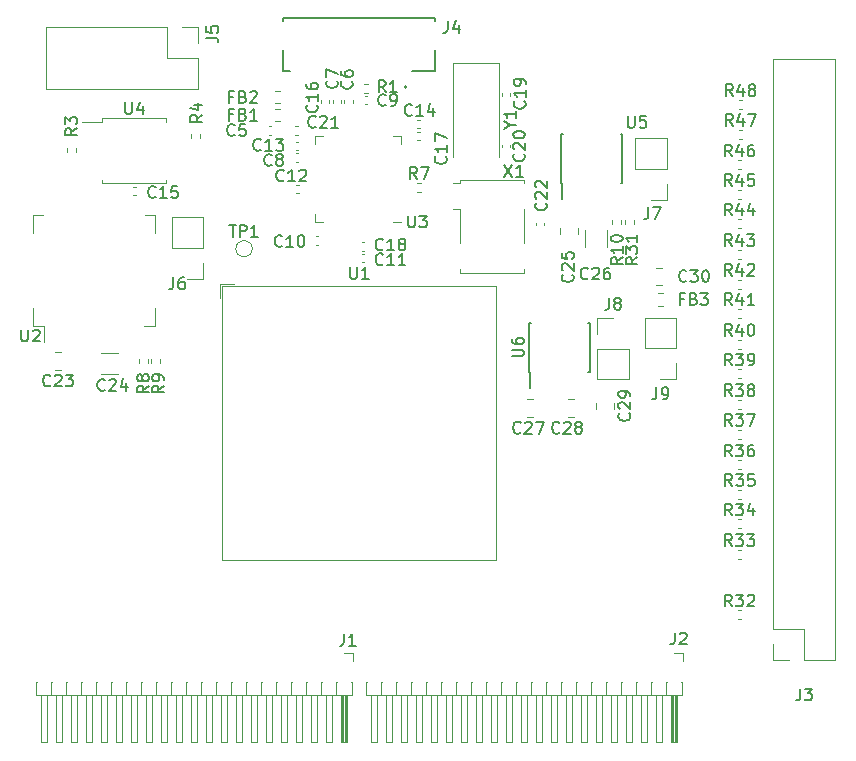
<source format=gbr>
%TF.GenerationSoftware,KiCad,Pcbnew,6.0.10-86aedd382b~118~ubuntu20.04.1*%
%TF.CreationDate,2023-03-04T23:04:57-08:00*%
%TF.ProjectId,ep2c35_trial,65703263-3335-45f7-9472-69616c2e6b69,rev?*%
%TF.SameCoordinates,Original*%
%TF.FileFunction,Legend,Top*%
%TF.FilePolarity,Positive*%
%FSLAX46Y46*%
G04 Gerber Fmt 4.6, Leading zero omitted, Abs format (unit mm)*
G04 Created by KiCad (PCBNEW 6.0.10-86aedd382b~118~ubuntu20.04.1) date 2023-03-04 23:04:57*
%MOMM*%
%LPD*%
G01*
G04 APERTURE LIST*
%ADD10C,0.150000*%
%ADD11C,0.120000*%
%ADD12C,0.127000*%
%ADD13C,0.200000*%
G04 APERTURE END LIST*
D10*
%TO.C,C5*%
X133943333Y-57057142D02*
X133895714Y-57104761D01*
X133752857Y-57152380D01*
X133657619Y-57152380D01*
X133514761Y-57104761D01*
X133419523Y-57009523D01*
X133371904Y-56914285D01*
X133324285Y-56723809D01*
X133324285Y-56580952D01*
X133371904Y-56390476D01*
X133419523Y-56295238D01*
X133514761Y-56200000D01*
X133657619Y-56152380D01*
X133752857Y-56152380D01*
X133895714Y-56200000D01*
X133943333Y-56247619D01*
X134848095Y-56152380D02*
X134371904Y-56152380D01*
X134324285Y-56628571D01*
X134371904Y-56580952D01*
X134467142Y-56533333D01*
X134705238Y-56533333D01*
X134800476Y-56580952D01*
X134848095Y-56628571D01*
X134895714Y-56723809D01*
X134895714Y-56961904D01*
X134848095Y-57057142D01*
X134800476Y-57104761D01*
X134705238Y-57152380D01*
X134467142Y-57152380D01*
X134371904Y-57104761D01*
X134324285Y-57057142D01*
%TO.C,C28*%
X161457142Y-82257142D02*
X161409523Y-82304761D01*
X161266666Y-82352380D01*
X161171428Y-82352380D01*
X161028571Y-82304761D01*
X160933333Y-82209523D01*
X160885714Y-82114285D01*
X160838095Y-81923809D01*
X160838095Y-81780952D01*
X160885714Y-81590476D01*
X160933333Y-81495238D01*
X161028571Y-81400000D01*
X161171428Y-81352380D01*
X161266666Y-81352380D01*
X161409523Y-81400000D01*
X161457142Y-81447619D01*
X161838095Y-81447619D02*
X161885714Y-81400000D01*
X161980952Y-81352380D01*
X162219047Y-81352380D01*
X162314285Y-81400000D01*
X162361904Y-81447619D01*
X162409523Y-81542857D01*
X162409523Y-81638095D01*
X162361904Y-81780952D01*
X161790476Y-82352380D01*
X162409523Y-82352380D01*
X162980952Y-81780952D02*
X162885714Y-81733333D01*
X162838095Y-81685714D01*
X162790476Y-81590476D01*
X162790476Y-81542857D01*
X162838095Y-81447619D01*
X162885714Y-81400000D01*
X162980952Y-81352380D01*
X163171428Y-81352380D01*
X163266666Y-81400000D01*
X163314285Y-81447619D01*
X163361904Y-81542857D01*
X163361904Y-81590476D01*
X163314285Y-81685714D01*
X163266666Y-81733333D01*
X163171428Y-81780952D01*
X162980952Y-81780952D01*
X162885714Y-81828571D01*
X162838095Y-81876190D01*
X162790476Y-81971428D01*
X162790476Y-82161904D01*
X162838095Y-82257142D01*
X162885714Y-82304761D01*
X162980952Y-82352380D01*
X163171428Y-82352380D01*
X163266666Y-82304761D01*
X163314285Y-82257142D01*
X163361904Y-82161904D01*
X163361904Y-81971428D01*
X163314285Y-81876190D01*
X163266666Y-81828571D01*
X163171428Y-81780952D01*
%TO.C,J6*%
X128766666Y-69127380D02*
X128766666Y-69841666D01*
X128719047Y-69984523D01*
X128623809Y-70079761D01*
X128480952Y-70127380D01*
X128385714Y-70127380D01*
X129671428Y-69127380D02*
X129480952Y-69127380D01*
X129385714Y-69175000D01*
X129338095Y-69222619D01*
X129242857Y-69365476D01*
X129195238Y-69555952D01*
X129195238Y-69936904D01*
X129242857Y-70032142D01*
X129290476Y-70079761D01*
X129385714Y-70127380D01*
X129576190Y-70127380D01*
X129671428Y-70079761D01*
X129719047Y-70032142D01*
X129766666Y-69936904D01*
X129766666Y-69698809D01*
X129719047Y-69603571D01*
X129671428Y-69555952D01*
X129576190Y-69508333D01*
X129385714Y-69508333D01*
X129290476Y-69555952D01*
X129242857Y-69603571D01*
X129195238Y-69698809D01*
%TO.C,C19*%
X158487142Y-54220357D02*
X158534761Y-54267976D01*
X158582380Y-54410833D01*
X158582380Y-54506071D01*
X158534761Y-54648928D01*
X158439523Y-54744166D01*
X158344285Y-54791785D01*
X158153809Y-54839404D01*
X158010952Y-54839404D01*
X157820476Y-54791785D01*
X157725238Y-54744166D01*
X157630000Y-54648928D01*
X157582380Y-54506071D01*
X157582380Y-54410833D01*
X157630000Y-54267976D01*
X157677619Y-54220357D01*
X158582380Y-53267976D02*
X158582380Y-53839404D01*
X158582380Y-53553690D02*
X157582380Y-53553690D01*
X157725238Y-53648928D01*
X157820476Y-53744166D01*
X157868095Y-53839404D01*
X158582380Y-52791785D02*
X158582380Y-52601309D01*
X158534761Y-52506071D01*
X158487142Y-52458452D01*
X158344285Y-52363214D01*
X158153809Y-52315595D01*
X157772857Y-52315595D01*
X157677619Y-52363214D01*
X157630000Y-52410833D01*
X157582380Y-52506071D01*
X157582380Y-52696547D01*
X157630000Y-52791785D01*
X157677619Y-52839404D01*
X157772857Y-52887023D01*
X158010952Y-52887023D01*
X158106190Y-52839404D01*
X158153809Y-52791785D01*
X158201428Y-52696547D01*
X158201428Y-52506071D01*
X158153809Y-52410833D01*
X158106190Y-52363214D01*
X158010952Y-52315595D01*
%TO.C,C22*%
X160307142Y-62842857D02*
X160354761Y-62890476D01*
X160402380Y-63033333D01*
X160402380Y-63128571D01*
X160354761Y-63271428D01*
X160259523Y-63366666D01*
X160164285Y-63414285D01*
X159973809Y-63461904D01*
X159830952Y-63461904D01*
X159640476Y-63414285D01*
X159545238Y-63366666D01*
X159450000Y-63271428D01*
X159402380Y-63128571D01*
X159402380Y-63033333D01*
X159450000Y-62890476D01*
X159497619Y-62842857D01*
X159497619Y-62461904D02*
X159450000Y-62414285D01*
X159402380Y-62319047D01*
X159402380Y-62080952D01*
X159450000Y-61985714D01*
X159497619Y-61938095D01*
X159592857Y-61890476D01*
X159688095Y-61890476D01*
X159830952Y-61938095D01*
X160402380Y-62509523D01*
X160402380Y-61890476D01*
X159497619Y-61509523D02*
X159450000Y-61461904D01*
X159402380Y-61366666D01*
X159402380Y-61128571D01*
X159450000Y-61033333D01*
X159497619Y-60985714D01*
X159592857Y-60938095D01*
X159688095Y-60938095D01*
X159830952Y-60985714D01*
X160402380Y-61557142D01*
X160402380Y-60938095D01*
%TO.C,R44*%
X176047142Y-63882380D02*
X175713809Y-63406190D01*
X175475714Y-63882380D02*
X175475714Y-62882380D01*
X175856666Y-62882380D01*
X175951904Y-62930000D01*
X175999523Y-62977619D01*
X176047142Y-63072857D01*
X176047142Y-63215714D01*
X175999523Y-63310952D01*
X175951904Y-63358571D01*
X175856666Y-63406190D01*
X175475714Y-63406190D01*
X176904285Y-63215714D02*
X176904285Y-63882380D01*
X176666190Y-62834761D02*
X176428095Y-63549047D01*
X177047142Y-63549047D01*
X177856666Y-63215714D02*
X177856666Y-63882380D01*
X177618571Y-62834761D02*
X177380476Y-63549047D01*
X177999523Y-63549047D01*
%TO.C,R39*%
X176047142Y-76582380D02*
X175713809Y-76106190D01*
X175475714Y-76582380D02*
X175475714Y-75582380D01*
X175856666Y-75582380D01*
X175951904Y-75630000D01*
X175999523Y-75677619D01*
X176047142Y-75772857D01*
X176047142Y-75915714D01*
X175999523Y-76010952D01*
X175951904Y-76058571D01*
X175856666Y-76106190D01*
X175475714Y-76106190D01*
X176380476Y-75582380D02*
X176999523Y-75582380D01*
X176666190Y-75963333D01*
X176809047Y-75963333D01*
X176904285Y-76010952D01*
X176951904Y-76058571D01*
X176999523Y-76153809D01*
X176999523Y-76391904D01*
X176951904Y-76487142D01*
X176904285Y-76534761D01*
X176809047Y-76582380D01*
X176523333Y-76582380D01*
X176428095Y-76534761D01*
X176380476Y-76487142D01*
X177475714Y-76582380D02*
X177666190Y-76582380D01*
X177761428Y-76534761D01*
X177809047Y-76487142D01*
X177904285Y-76344285D01*
X177951904Y-76153809D01*
X177951904Y-75772857D01*
X177904285Y-75677619D01*
X177856666Y-75630000D01*
X177761428Y-75582380D01*
X177570952Y-75582380D01*
X177475714Y-75630000D01*
X177428095Y-75677619D01*
X177380476Y-75772857D01*
X177380476Y-76010952D01*
X177428095Y-76106190D01*
X177475714Y-76153809D01*
X177570952Y-76201428D01*
X177761428Y-76201428D01*
X177856666Y-76153809D01*
X177904285Y-76106190D01*
X177951904Y-76010952D01*
%TO.C,R33*%
X176047142Y-91882380D02*
X175713809Y-91406190D01*
X175475714Y-91882380D02*
X175475714Y-90882380D01*
X175856666Y-90882380D01*
X175951904Y-90930000D01*
X175999523Y-90977619D01*
X176047142Y-91072857D01*
X176047142Y-91215714D01*
X175999523Y-91310952D01*
X175951904Y-91358571D01*
X175856666Y-91406190D01*
X175475714Y-91406190D01*
X176380476Y-90882380D02*
X176999523Y-90882380D01*
X176666190Y-91263333D01*
X176809047Y-91263333D01*
X176904285Y-91310952D01*
X176951904Y-91358571D01*
X176999523Y-91453809D01*
X176999523Y-91691904D01*
X176951904Y-91787142D01*
X176904285Y-91834761D01*
X176809047Y-91882380D01*
X176523333Y-91882380D01*
X176428095Y-91834761D01*
X176380476Y-91787142D01*
X177332857Y-90882380D02*
X177951904Y-90882380D01*
X177618571Y-91263333D01*
X177761428Y-91263333D01*
X177856666Y-91310952D01*
X177904285Y-91358571D01*
X177951904Y-91453809D01*
X177951904Y-91691904D01*
X177904285Y-91787142D01*
X177856666Y-91834761D01*
X177761428Y-91882380D01*
X177475714Y-91882380D01*
X177380476Y-91834761D01*
X177332857Y-91787142D01*
%TO.C,FB2*%
X133791666Y-53828571D02*
X133458333Y-53828571D01*
X133458333Y-54352380D02*
X133458333Y-53352380D01*
X133934523Y-53352380D01*
X134648809Y-53828571D02*
X134791666Y-53876190D01*
X134839285Y-53923809D01*
X134886904Y-54019047D01*
X134886904Y-54161904D01*
X134839285Y-54257142D01*
X134791666Y-54304761D01*
X134696428Y-54352380D01*
X134315476Y-54352380D01*
X134315476Y-53352380D01*
X134648809Y-53352380D01*
X134744047Y-53400000D01*
X134791666Y-53447619D01*
X134839285Y-53542857D01*
X134839285Y-53638095D01*
X134791666Y-53733333D01*
X134744047Y-53780952D01*
X134648809Y-53828571D01*
X134315476Y-53828571D01*
X135267857Y-53447619D02*
X135315476Y-53400000D01*
X135410714Y-53352380D01*
X135648809Y-53352380D01*
X135744047Y-53400000D01*
X135791666Y-53447619D01*
X135839285Y-53542857D01*
X135839285Y-53638095D01*
X135791666Y-53780952D01*
X135220238Y-54352380D01*
X135839285Y-54352380D01*
%TO.C,R46*%
X176047142Y-58882380D02*
X175713809Y-58406190D01*
X175475714Y-58882380D02*
X175475714Y-57882380D01*
X175856666Y-57882380D01*
X175951904Y-57930000D01*
X175999523Y-57977619D01*
X176047142Y-58072857D01*
X176047142Y-58215714D01*
X175999523Y-58310952D01*
X175951904Y-58358571D01*
X175856666Y-58406190D01*
X175475714Y-58406190D01*
X176904285Y-58215714D02*
X176904285Y-58882380D01*
X176666190Y-57834761D02*
X176428095Y-58549047D01*
X177047142Y-58549047D01*
X177856666Y-57882380D02*
X177666190Y-57882380D01*
X177570952Y-57930000D01*
X177523333Y-57977619D01*
X177428095Y-58120476D01*
X177380476Y-58310952D01*
X177380476Y-58691904D01*
X177428095Y-58787142D01*
X177475714Y-58834761D01*
X177570952Y-58882380D01*
X177761428Y-58882380D01*
X177856666Y-58834761D01*
X177904285Y-58787142D01*
X177951904Y-58691904D01*
X177951904Y-58453809D01*
X177904285Y-58358571D01*
X177856666Y-58310952D01*
X177761428Y-58263333D01*
X177570952Y-58263333D01*
X177475714Y-58310952D01*
X177428095Y-58358571D01*
X177380476Y-58453809D01*
%TO.C,C13*%
X136157142Y-58307142D02*
X136109523Y-58354761D01*
X135966666Y-58402380D01*
X135871428Y-58402380D01*
X135728571Y-58354761D01*
X135633333Y-58259523D01*
X135585714Y-58164285D01*
X135538095Y-57973809D01*
X135538095Y-57830952D01*
X135585714Y-57640476D01*
X135633333Y-57545238D01*
X135728571Y-57450000D01*
X135871428Y-57402380D01*
X135966666Y-57402380D01*
X136109523Y-57450000D01*
X136157142Y-57497619D01*
X137109523Y-58402380D02*
X136538095Y-58402380D01*
X136823809Y-58402380D02*
X136823809Y-57402380D01*
X136728571Y-57545238D01*
X136633333Y-57640476D01*
X136538095Y-57688095D01*
X137442857Y-57402380D02*
X138061904Y-57402380D01*
X137728571Y-57783333D01*
X137871428Y-57783333D01*
X137966666Y-57830952D01*
X138014285Y-57878571D01*
X138061904Y-57973809D01*
X138061904Y-58211904D01*
X138014285Y-58307142D01*
X137966666Y-58354761D01*
X137871428Y-58402380D01*
X137585714Y-58402380D01*
X137490476Y-58354761D01*
X137442857Y-58307142D01*
%TO.C,C17*%
X151807142Y-58892857D02*
X151854761Y-58940476D01*
X151902380Y-59083333D01*
X151902380Y-59178571D01*
X151854761Y-59321428D01*
X151759523Y-59416666D01*
X151664285Y-59464285D01*
X151473809Y-59511904D01*
X151330952Y-59511904D01*
X151140476Y-59464285D01*
X151045238Y-59416666D01*
X150950000Y-59321428D01*
X150902380Y-59178571D01*
X150902380Y-59083333D01*
X150950000Y-58940476D01*
X150997619Y-58892857D01*
X151902380Y-57940476D02*
X151902380Y-58511904D01*
X151902380Y-58226190D02*
X150902380Y-58226190D01*
X151045238Y-58321428D01*
X151140476Y-58416666D01*
X151188095Y-58511904D01*
X150902380Y-57607142D02*
X150902380Y-56940476D01*
X151902380Y-57369047D01*
%TO.C,TP1*%
X133488095Y-64704380D02*
X134059523Y-64704380D01*
X133773809Y-65704380D02*
X133773809Y-64704380D01*
X134392857Y-65704380D02*
X134392857Y-64704380D01*
X134773809Y-64704380D01*
X134869047Y-64752000D01*
X134916666Y-64799619D01*
X134964285Y-64894857D01*
X134964285Y-65037714D01*
X134916666Y-65132952D01*
X134869047Y-65180571D01*
X134773809Y-65228190D01*
X134392857Y-65228190D01*
X135916666Y-65704380D02*
X135345238Y-65704380D01*
X135630952Y-65704380D02*
X135630952Y-64704380D01*
X135535714Y-64847238D01*
X135440476Y-64942476D01*
X135345238Y-64990095D01*
%TO.C,C9*%
X146733333Y-54507142D02*
X146685714Y-54554761D01*
X146542857Y-54602380D01*
X146447619Y-54602380D01*
X146304761Y-54554761D01*
X146209523Y-54459523D01*
X146161904Y-54364285D01*
X146114285Y-54173809D01*
X146114285Y-54030952D01*
X146161904Y-53840476D01*
X146209523Y-53745238D01*
X146304761Y-53650000D01*
X146447619Y-53602380D01*
X146542857Y-53602380D01*
X146685714Y-53650000D01*
X146733333Y-53697619D01*
X147209523Y-54602380D02*
X147400000Y-54602380D01*
X147495238Y-54554761D01*
X147542857Y-54507142D01*
X147638095Y-54364285D01*
X147685714Y-54173809D01*
X147685714Y-53792857D01*
X147638095Y-53697619D01*
X147590476Y-53650000D01*
X147495238Y-53602380D01*
X147304761Y-53602380D01*
X147209523Y-53650000D01*
X147161904Y-53697619D01*
X147114285Y-53792857D01*
X147114285Y-54030952D01*
X147161904Y-54126190D01*
X147209523Y-54173809D01*
X147304761Y-54221428D01*
X147495238Y-54221428D01*
X147590476Y-54173809D01*
X147638095Y-54126190D01*
X147685714Y-54030952D01*
%TO.C,R4*%
X131202380Y-55366666D02*
X130726190Y-55700000D01*
X131202380Y-55938095D02*
X130202380Y-55938095D01*
X130202380Y-55557142D01*
X130250000Y-55461904D01*
X130297619Y-55414285D01*
X130392857Y-55366666D01*
X130535714Y-55366666D01*
X130630952Y-55414285D01*
X130678571Y-55461904D01*
X130726190Y-55557142D01*
X130726190Y-55938095D01*
X130535714Y-54509523D02*
X131202380Y-54509523D01*
X130154761Y-54747619D02*
X130869047Y-54985714D01*
X130869047Y-54366666D01*
%TO.C,C16*%
X140907142Y-54542857D02*
X140954761Y-54590476D01*
X141002380Y-54733333D01*
X141002380Y-54828571D01*
X140954761Y-54971428D01*
X140859523Y-55066666D01*
X140764285Y-55114285D01*
X140573809Y-55161904D01*
X140430952Y-55161904D01*
X140240476Y-55114285D01*
X140145238Y-55066666D01*
X140050000Y-54971428D01*
X140002380Y-54828571D01*
X140002380Y-54733333D01*
X140050000Y-54590476D01*
X140097619Y-54542857D01*
X141002380Y-53590476D02*
X141002380Y-54161904D01*
X141002380Y-53876190D02*
X140002380Y-53876190D01*
X140145238Y-53971428D01*
X140240476Y-54066666D01*
X140288095Y-54161904D01*
X140002380Y-52733333D02*
X140002380Y-52923809D01*
X140050000Y-53019047D01*
X140097619Y-53066666D01*
X140240476Y-53161904D01*
X140430952Y-53209523D01*
X140811904Y-53209523D01*
X140907142Y-53161904D01*
X140954761Y-53114285D01*
X141002380Y-53019047D01*
X141002380Y-52828571D01*
X140954761Y-52733333D01*
X140907142Y-52685714D01*
X140811904Y-52638095D01*
X140573809Y-52638095D01*
X140478571Y-52685714D01*
X140430952Y-52733333D01*
X140383333Y-52828571D01*
X140383333Y-53019047D01*
X140430952Y-53114285D01*
X140478571Y-53161904D01*
X140573809Y-53209523D01*
%TO.C,C14*%
X148957142Y-55357142D02*
X148909523Y-55404761D01*
X148766666Y-55452380D01*
X148671428Y-55452380D01*
X148528571Y-55404761D01*
X148433333Y-55309523D01*
X148385714Y-55214285D01*
X148338095Y-55023809D01*
X148338095Y-54880952D01*
X148385714Y-54690476D01*
X148433333Y-54595238D01*
X148528571Y-54500000D01*
X148671428Y-54452380D01*
X148766666Y-54452380D01*
X148909523Y-54500000D01*
X148957142Y-54547619D01*
X149909523Y-55452380D02*
X149338095Y-55452380D01*
X149623809Y-55452380D02*
X149623809Y-54452380D01*
X149528571Y-54595238D01*
X149433333Y-54690476D01*
X149338095Y-54738095D01*
X150766666Y-54785714D02*
X150766666Y-55452380D01*
X150528571Y-54404761D02*
X150290476Y-55119047D01*
X150909523Y-55119047D01*
%TO.C,U5*%
X167238095Y-55452380D02*
X167238095Y-56261904D01*
X167285714Y-56357142D01*
X167333333Y-56404761D01*
X167428571Y-56452380D01*
X167619047Y-56452380D01*
X167714285Y-56404761D01*
X167761904Y-56357142D01*
X167809523Y-56261904D01*
X167809523Y-55452380D01*
X168761904Y-55452380D02*
X168285714Y-55452380D01*
X168238095Y-55928571D01*
X168285714Y-55880952D01*
X168380952Y-55833333D01*
X168619047Y-55833333D01*
X168714285Y-55880952D01*
X168761904Y-55928571D01*
X168809523Y-56023809D01*
X168809523Y-56261904D01*
X168761904Y-56357142D01*
X168714285Y-56404761D01*
X168619047Y-56452380D01*
X168380952Y-56452380D01*
X168285714Y-56404761D01*
X168238095Y-56357142D01*
%TO.C,R43*%
X176047142Y-66482380D02*
X175713809Y-66006190D01*
X175475714Y-66482380D02*
X175475714Y-65482380D01*
X175856666Y-65482380D01*
X175951904Y-65530000D01*
X175999523Y-65577619D01*
X176047142Y-65672857D01*
X176047142Y-65815714D01*
X175999523Y-65910952D01*
X175951904Y-65958571D01*
X175856666Y-66006190D01*
X175475714Y-66006190D01*
X176904285Y-65815714D02*
X176904285Y-66482380D01*
X176666190Y-65434761D02*
X176428095Y-66149047D01*
X177047142Y-66149047D01*
X177332857Y-65482380D02*
X177951904Y-65482380D01*
X177618571Y-65863333D01*
X177761428Y-65863333D01*
X177856666Y-65910952D01*
X177904285Y-65958571D01*
X177951904Y-66053809D01*
X177951904Y-66291904D01*
X177904285Y-66387142D01*
X177856666Y-66434761D01*
X177761428Y-66482380D01*
X177475714Y-66482380D01*
X177380476Y-66434761D01*
X177332857Y-66387142D01*
%TO.C,R34*%
X176047142Y-89282380D02*
X175713809Y-88806190D01*
X175475714Y-89282380D02*
X175475714Y-88282380D01*
X175856666Y-88282380D01*
X175951904Y-88330000D01*
X175999523Y-88377619D01*
X176047142Y-88472857D01*
X176047142Y-88615714D01*
X175999523Y-88710952D01*
X175951904Y-88758571D01*
X175856666Y-88806190D01*
X175475714Y-88806190D01*
X176380476Y-88282380D02*
X176999523Y-88282380D01*
X176666190Y-88663333D01*
X176809047Y-88663333D01*
X176904285Y-88710952D01*
X176951904Y-88758571D01*
X176999523Y-88853809D01*
X176999523Y-89091904D01*
X176951904Y-89187142D01*
X176904285Y-89234761D01*
X176809047Y-89282380D01*
X176523333Y-89282380D01*
X176428095Y-89234761D01*
X176380476Y-89187142D01*
X177856666Y-88615714D02*
X177856666Y-89282380D01*
X177618571Y-88234761D02*
X177380476Y-88949047D01*
X177999523Y-88949047D01*
%TO.C,C8*%
X137083333Y-59607142D02*
X137035714Y-59654761D01*
X136892857Y-59702380D01*
X136797619Y-59702380D01*
X136654761Y-59654761D01*
X136559523Y-59559523D01*
X136511904Y-59464285D01*
X136464285Y-59273809D01*
X136464285Y-59130952D01*
X136511904Y-58940476D01*
X136559523Y-58845238D01*
X136654761Y-58750000D01*
X136797619Y-58702380D01*
X136892857Y-58702380D01*
X137035714Y-58750000D01*
X137083333Y-58797619D01*
X137654761Y-59130952D02*
X137559523Y-59083333D01*
X137511904Y-59035714D01*
X137464285Y-58940476D01*
X137464285Y-58892857D01*
X137511904Y-58797619D01*
X137559523Y-58750000D01*
X137654761Y-58702380D01*
X137845238Y-58702380D01*
X137940476Y-58750000D01*
X137988095Y-58797619D01*
X138035714Y-58892857D01*
X138035714Y-58940476D01*
X137988095Y-59035714D01*
X137940476Y-59083333D01*
X137845238Y-59130952D01*
X137654761Y-59130952D01*
X137559523Y-59178571D01*
X137511904Y-59226190D01*
X137464285Y-59321428D01*
X137464285Y-59511904D01*
X137511904Y-59607142D01*
X137559523Y-59654761D01*
X137654761Y-59702380D01*
X137845238Y-59702380D01*
X137940476Y-59654761D01*
X137988095Y-59607142D01*
X138035714Y-59511904D01*
X138035714Y-59321428D01*
X137988095Y-59226190D01*
X137940476Y-59178571D01*
X137845238Y-59130952D01*
%TO.C,R9*%
X127952380Y-78296666D02*
X127476190Y-78630000D01*
X127952380Y-78868095D02*
X126952380Y-78868095D01*
X126952380Y-78487142D01*
X127000000Y-78391904D01*
X127047619Y-78344285D01*
X127142857Y-78296666D01*
X127285714Y-78296666D01*
X127380952Y-78344285D01*
X127428571Y-78391904D01*
X127476190Y-78487142D01*
X127476190Y-78868095D01*
X127952380Y-77820476D02*
X127952380Y-77630000D01*
X127904761Y-77534761D01*
X127857142Y-77487142D01*
X127714285Y-77391904D01*
X127523809Y-77344285D01*
X127142857Y-77344285D01*
X127047619Y-77391904D01*
X127000000Y-77439523D01*
X126952380Y-77534761D01*
X126952380Y-77725238D01*
X127000000Y-77820476D01*
X127047619Y-77868095D01*
X127142857Y-77915714D01*
X127380952Y-77915714D01*
X127476190Y-77868095D01*
X127523809Y-77820476D01*
X127571428Y-77725238D01*
X127571428Y-77534761D01*
X127523809Y-77439523D01*
X127476190Y-77391904D01*
X127380952Y-77344285D01*
%TO.C,R48*%
X176147142Y-53782380D02*
X175813809Y-53306190D01*
X175575714Y-53782380D02*
X175575714Y-52782380D01*
X175956666Y-52782380D01*
X176051904Y-52830000D01*
X176099523Y-52877619D01*
X176147142Y-52972857D01*
X176147142Y-53115714D01*
X176099523Y-53210952D01*
X176051904Y-53258571D01*
X175956666Y-53306190D01*
X175575714Y-53306190D01*
X177004285Y-53115714D02*
X177004285Y-53782380D01*
X176766190Y-52734761D02*
X176528095Y-53449047D01*
X177147142Y-53449047D01*
X177670952Y-53210952D02*
X177575714Y-53163333D01*
X177528095Y-53115714D01*
X177480476Y-53020476D01*
X177480476Y-52972857D01*
X177528095Y-52877619D01*
X177575714Y-52830000D01*
X177670952Y-52782380D01*
X177861428Y-52782380D01*
X177956666Y-52830000D01*
X178004285Y-52877619D01*
X178051904Y-52972857D01*
X178051904Y-53020476D01*
X178004285Y-53115714D01*
X177956666Y-53163333D01*
X177861428Y-53210952D01*
X177670952Y-53210952D01*
X177575714Y-53258571D01*
X177528095Y-53306190D01*
X177480476Y-53401428D01*
X177480476Y-53591904D01*
X177528095Y-53687142D01*
X177575714Y-53734761D01*
X177670952Y-53782380D01*
X177861428Y-53782380D01*
X177956666Y-53734761D01*
X178004285Y-53687142D01*
X178051904Y-53591904D01*
X178051904Y-53401428D01*
X178004285Y-53306190D01*
X177956666Y-53258571D01*
X177861428Y-53210952D01*
%TO.C,C29*%
X167357142Y-80642857D02*
X167404761Y-80690476D01*
X167452380Y-80833333D01*
X167452380Y-80928571D01*
X167404761Y-81071428D01*
X167309523Y-81166666D01*
X167214285Y-81214285D01*
X167023809Y-81261904D01*
X166880952Y-81261904D01*
X166690476Y-81214285D01*
X166595238Y-81166666D01*
X166500000Y-81071428D01*
X166452380Y-80928571D01*
X166452380Y-80833333D01*
X166500000Y-80690476D01*
X166547619Y-80642857D01*
X166547619Y-80261904D02*
X166500000Y-80214285D01*
X166452380Y-80119047D01*
X166452380Y-79880952D01*
X166500000Y-79785714D01*
X166547619Y-79738095D01*
X166642857Y-79690476D01*
X166738095Y-79690476D01*
X166880952Y-79738095D01*
X167452380Y-80309523D01*
X167452380Y-79690476D01*
X167452380Y-79214285D02*
X167452380Y-79023809D01*
X167404761Y-78928571D01*
X167357142Y-78880952D01*
X167214285Y-78785714D01*
X167023809Y-78738095D01*
X166642857Y-78738095D01*
X166547619Y-78785714D01*
X166500000Y-78833333D01*
X166452380Y-78928571D01*
X166452380Y-79119047D01*
X166500000Y-79214285D01*
X166547619Y-79261904D01*
X166642857Y-79309523D01*
X166880952Y-79309523D01*
X166976190Y-79261904D01*
X167023809Y-79214285D01*
X167071428Y-79119047D01*
X167071428Y-78928571D01*
X167023809Y-78833333D01*
X166976190Y-78785714D01*
X166880952Y-78738095D01*
%TO.C,R3*%
X120602380Y-56516666D02*
X120126190Y-56850000D01*
X120602380Y-57088095D02*
X119602380Y-57088095D01*
X119602380Y-56707142D01*
X119650000Y-56611904D01*
X119697619Y-56564285D01*
X119792857Y-56516666D01*
X119935714Y-56516666D01*
X120030952Y-56564285D01*
X120078571Y-56611904D01*
X120126190Y-56707142D01*
X120126190Y-57088095D01*
X119602380Y-56183333D02*
X119602380Y-55564285D01*
X119983333Y-55897619D01*
X119983333Y-55754761D01*
X120030952Y-55659523D01*
X120078571Y-55611904D01*
X120173809Y-55564285D01*
X120411904Y-55564285D01*
X120507142Y-55611904D01*
X120554761Y-55659523D01*
X120602380Y-55754761D01*
X120602380Y-56040476D01*
X120554761Y-56135714D01*
X120507142Y-56183333D01*
%TO.C,C21*%
X140807142Y-56357142D02*
X140759523Y-56404761D01*
X140616666Y-56452380D01*
X140521428Y-56452380D01*
X140378571Y-56404761D01*
X140283333Y-56309523D01*
X140235714Y-56214285D01*
X140188095Y-56023809D01*
X140188095Y-55880952D01*
X140235714Y-55690476D01*
X140283333Y-55595238D01*
X140378571Y-55500000D01*
X140521428Y-55452380D01*
X140616666Y-55452380D01*
X140759523Y-55500000D01*
X140807142Y-55547619D01*
X141188095Y-55547619D02*
X141235714Y-55500000D01*
X141330952Y-55452380D01*
X141569047Y-55452380D01*
X141664285Y-55500000D01*
X141711904Y-55547619D01*
X141759523Y-55642857D01*
X141759523Y-55738095D01*
X141711904Y-55880952D01*
X141140476Y-56452380D01*
X141759523Y-56452380D01*
X142711904Y-56452380D02*
X142140476Y-56452380D01*
X142426190Y-56452380D02*
X142426190Y-55452380D01*
X142330952Y-55595238D01*
X142235714Y-55690476D01*
X142140476Y-55738095D01*
%TO.C,C24*%
X122957142Y-78637142D02*
X122909523Y-78684761D01*
X122766666Y-78732380D01*
X122671428Y-78732380D01*
X122528571Y-78684761D01*
X122433333Y-78589523D01*
X122385714Y-78494285D01*
X122338095Y-78303809D01*
X122338095Y-78160952D01*
X122385714Y-77970476D01*
X122433333Y-77875238D01*
X122528571Y-77780000D01*
X122671428Y-77732380D01*
X122766666Y-77732380D01*
X122909523Y-77780000D01*
X122957142Y-77827619D01*
X123338095Y-77827619D02*
X123385714Y-77780000D01*
X123480952Y-77732380D01*
X123719047Y-77732380D01*
X123814285Y-77780000D01*
X123861904Y-77827619D01*
X123909523Y-77922857D01*
X123909523Y-78018095D01*
X123861904Y-78160952D01*
X123290476Y-78732380D01*
X123909523Y-78732380D01*
X124766666Y-78065714D02*
X124766666Y-78732380D01*
X124528571Y-77684761D02*
X124290476Y-78399047D01*
X124909523Y-78399047D01*
%TO.C,C7*%
X142607142Y-52466666D02*
X142654761Y-52514285D01*
X142702380Y-52657142D01*
X142702380Y-52752380D01*
X142654761Y-52895238D01*
X142559523Y-52990476D01*
X142464285Y-53038095D01*
X142273809Y-53085714D01*
X142130952Y-53085714D01*
X141940476Y-53038095D01*
X141845238Y-52990476D01*
X141750000Y-52895238D01*
X141702380Y-52752380D01*
X141702380Y-52657142D01*
X141750000Y-52514285D01*
X141797619Y-52466666D01*
X141702380Y-52133333D02*
X141702380Y-51466666D01*
X142702380Y-51895238D01*
%TO.C,J2*%
X171216666Y-99202380D02*
X171216666Y-99916666D01*
X171169047Y-100059523D01*
X171073809Y-100154761D01*
X170930952Y-100202380D01*
X170835714Y-100202380D01*
X171645238Y-99297619D02*
X171692857Y-99250000D01*
X171788095Y-99202380D01*
X172026190Y-99202380D01*
X172121428Y-99250000D01*
X172169047Y-99297619D01*
X172216666Y-99392857D01*
X172216666Y-99488095D01*
X172169047Y-99630952D01*
X171597619Y-100202380D01*
X172216666Y-100202380D01*
%TO.C,R37*%
X176047142Y-81682380D02*
X175713809Y-81206190D01*
X175475714Y-81682380D02*
X175475714Y-80682380D01*
X175856666Y-80682380D01*
X175951904Y-80730000D01*
X175999523Y-80777619D01*
X176047142Y-80872857D01*
X176047142Y-81015714D01*
X175999523Y-81110952D01*
X175951904Y-81158571D01*
X175856666Y-81206190D01*
X175475714Y-81206190D01*
X176380476Y-80682380D02*
X176999523Y-80682380D01*
X176666190Y-81063333D01*
X176809047Y-81063333D01*
X176904285Y-81110952D01*
X176951904Y-81158571D01*
X176999523Y-81253809D01*
X176999523Y-81491904D01*
X176951904Y-81587142D01*
X176904285Y-81634761D01*
X176809047Y-81682380D01*
X176523333Y-81682380D01*
X176428095Y-81634761D01*
X176380476Y-81587142D01*
X177332857Y-80682380D02*
X177999523Y-80682380D01*
X177570952Y-81682380D01*
%TO.C,J9*%
X169666666Y-78452380D02*
X169666666Y-79166666D01*
X169619047Y-79309523D01*
X169523809Y-79404761D01*
X169380952Y-79452380D01*
X169285714Y-79452380D01*
X170190476Y-79452380D02*
X170380952Y-79452380D01*
X170476190Y-79404761D01*
X170523809Y-79357142D01*
X170619047Y-79214285D01*
X170666666Y-79023809D01*
X170666666Y-78642857D01*
X170619047Y-78547619D01*
X170571428Y-78500000D01*
X170476190Y-78452380D01*
X170285714Y-78452380D01*
X170190476Y-78500000D01*
X170142857Y-78547619D01*
X170095238Y-78642857D01*
X170095238Y-78880952D01*
X170142857Y-78976190D01*
X170190476Y-79023809D01*
X170285714Y-79071428D01*
X170476190Y-79071428D01*
X170571428Y-79023809D01*
X170619047Y-78976190D01*
X170666666Y-78880952D01*
%TO.C,R45*%
X176047142Y-61382380D02*
X175713809Y-60906190D01*
X175475714Y-61382380D02*
X175475714Y-60382380D01*
X175856666Y-60382380D01*
X175951904Y-60430000D01*
X175999523Y-60477619D01*
X176047142Y-60572857D01*
X176047142Y-60715714D01*
X175999523Y-60810952D01*
X175951904Y-60858571D01*
X175856666Y-60906190D01*
X175475714Y-60906190D01*
X176904285Y-60715714D02*
X176904285Y-61382380D01*
X176666190Y-60334761D02*
X176428095Y-61049047D01*
X177047142Y-61049047D01*
X177904285Y-60382380D02*
X177428095Y-60382380D01*
X177380476Y-60858571D01*
X177428095Y-60810952D01*
X177523333Y-60763333D01*
X177761428Y-60763333D01*
X177856666Y-60810952D01*
X177904285Y-60858571D01*
X177951904Y-60953809D01*
X177951904Y-61191904D01*
X177904285Y-61287142D01*
X177856666Y-61334761D01*
X177761428Y-61382380D01*
X177523333Y-61382380D01*
X177428095Y-61334761D01*
X177380476Y-61287142D01*
%TO.C,R47*%
X176147142Y-56282380D02*
X175813809Y-55806190D01*
X175575714Y-56282380D02*
X175575714Y-55282380D01*
X175956666Y-55282380D01*
X176051904Y-55330000D01*
X176099523Y-55377619D01*
X176147142Y-55472857D01*
X176147142Y-55615714D01*
X176099523Y-55710952D01*
X176051904Y-55758571D01*
X175956666Y-55806190D01*
X175575714Y-55806190D01*
X177004285Y-55615714D02*
X177004285Y-56282380D01*
X176766190Y-55234761D02*
X176528095Y-55949047D01*
X177147142Y-55949047D01*
X177432857Y-55282380D02*
X178099523Y-55282380D01*
X177670952Y-56282380D01*
%TO.C,R7*%
X149383333Y-60782380D02*
X149050000Y-60306190D01*
X148811904Y-60782380D02*
X148811904Y-59782380D01*
X149192857Y-59782380D01*
X149288095Y-59830000D01*
X149335714Y-59877619D01*
X149383333Y-59972857D01*
X149383333Y-60115714D01*
X149335714Y-60210952D01*
X149288095Y-60258571D01*
X149192857Y-60306190D01*
X148811904Y-60306190D01*
X149716666Y-59782380D02*
X150383333Y-59782380D01*
X149954761Y-60782380D01*
%TO.C,U6*%
X157417380Y-75811904D02*
X158226904Y-75811904D01*
X158322142Y-75764285D01*
X158369761Y-75716666D01*
X158417380Y-75621428D01*
X158417380Y-75430952D01*
X158369761Y-75335714D01*
X158322142Y-75288095D01*
X158226904Y-75240476D01*
X157417380Y-75240476D01*
X157417380Y-74335714D02*
X157417380Y-74526190D01*
X157465000Y-74621428D01*
X157512619Y-74669047D01*
X157655476Y-74764285D01*
X157845952Y-74811904D01*
X158226904Y-74811904D01*
X158322142Y-74764285D01*
X158369761Y-74716666D01*
X158417380Y-74621428D01*
X158417380Y-74430952D01*
X158369761Y-74335714D01*
X158322142Y-74288095D01*
X158226904Y-74240476D01*
X157988809Y-74240476D01*
X157893571Y-74288095D01*
X157845952Y-74335714D01*
X157798333Y-74430952D01*
X157798333Y-74621428D01*
X157845952Y-74716666D01*
X157893571Y-74764285D01*
X157988809Y-74811904D01*
%TO.C,C25*%
X162557142Y-68892857D02*
X162604761Y-68940476D01*
X162652380Y-69083333D01*
X162652380Y-69178571D01*
X162604761Y-69321428D01*
X162509523Y-69416666D01*
X162414285Y-69464285D01*
X162223809Y-69511904D01*
X162080952Y-69511904D01*
X161890476Y-69464285D01*
X161795238Y-69416666D01*
X161700000Y-69321428D01*
X161652380Y-69178571D01*
X161652380Y-69083333D01*
X161700000Y-68940476D01*
X161747619Y-68892857D01*
X161747619Y-68511904D02*
X161700000Y-68464285D01*
X161652380Y-68369047D01*
X161652380Y-68130952D01*
X161700000Y-68035714D01*
X161747619Y-67988095D01*
X161842857Y-67940476D01*
X161938095Y-67940476D01*
X162080952Y-67988095D01*
X162652380Y-68559523D01*
X162652380Y-67940476D01*
X161652380Y-67035714D02*
X161652380Y-67511904D01*
X162128571Y-67559523D01*
X162080952Y-67511904D01*
X162033333Y-67416666D01*
X162033333Y-67178571D01*
X162080952Y-67083333D01*
X162128571Y-67035714D01*
X162223809Y-66988095D01*
X162461904Y-66988095D01*
X162557142Y-67035714D01*
X162604761Y-67083333D01*
X162652380Y-67178571D01*
X162652380Y-67416666D01*
X162604761Y-67511904D01*
X162557142Y-67559523D01*
%TO.C,R32*%
X176047142Y-96982380D02*
X175713809Y-96506190D01*
X175475714Y-96982380D02*
X175475714Y-95982380D01*
X175856666Y-95982380D01*
X175951904Y-96030000D01*
X175999523Y-96077619D01*
X176047142Y-96172857D01*
X176047142Y-96315714D01*
X175999523Y-96410952D01*
X175951904Y-96458571D01*
X175856666Y-96506190D01*
X175475714Y-96506190D01*
X176380476Y-95982380D02*
X176999523Y-95982380D01*
X176666190Y-96363333D01*
X176809047Y-96363333D01*
X176904285Y-96410952D01*
X176951904Y-96458571D01*
X176999523Y-96553809D01*
X176999523Y-96791904D01*
X176951904Y-96887142D01*
X176904285Y-96934761D01*
X176809047Y-96982380D01*
X176523333Y-96982380D01*
X176428095Y-96934761D01*
X176380476Y-96887142D01*
X177380476Y-96077619D02*
X177428095Y-96030000D01*
X177523333Y-95982380D01*
X177761428Y-95982380D01*
X177856666Y-96030000D01*
X177904285Y-96077619D01*
X177951904Y-96172857D01*
X177951904Y-96268095D01*
X177904285Y-96410952D01*
X177332857Y-96982380D01*
X177951904Y-96982380D01*
%TO.C,R40*%
X176047142Y-74082380D02*
X175713809Y-73606190D01*
X175475714Y-74082380D02*
X175475714Y-73082380D01*
X175856666Y-73082380D01*
X175951904Y-73130000D01*
X175999523Y-73177619D01*
X176047142Y-73272857D01*
X176047142Y-73415714D01*
X175999523Y-73510952D01*
X175951904Y-73558571D01*
X175856666Y-73606190D01*
X175475714Y-73606190D01*
X176904285Y-73415714D02*
X176904285Y-74082380D01*
X176666190Y-73034761D02*
X176428095Y-73749047D01*
X177047142Y-73749047D01*
X177618571Y-73082380D02*
X177713809Y-73082380D01*
X177809047Y-73130000D01*
X177856666Y-73177619D01*
X177904285Y-73272857D01*
X177951904Y-73463333D01*
X177951904Y-73701428D01*
X177904285Y-73891904D01*
X177856666Y-73987142D01*
X177809047Y-74034761D01*
X177713809Y-74082380D01*
X177618571Y-74082380D01*
X177523333Y-74034761D01*
X177475714Y-73987142D01*
X177428095Y-73891904D01*
X177380476Y-73701428D01*
X177380476Y-73463333D01*
X177428095Y-73272857D01*
X177475714Y-73177619D01*
X177523333Y-73130000D01*
X177618571Y-73082380D01*
%TO.C,R35*%
X176067142Y-86782380D02*
X175733809Y-86306190D01*
X175495714Y-86782380D02*
X175495714Y-85782380D01*
X175876666Y-85782380D01*
X175971904Y-85830000D01*
X176019523Y-85877619D01*
X176067142Y-85972857D01*
X176067142Y-86115714D01*
X176019523Y-86210952D01*
X175971904Y-86258571D01*
X175876666Y-86306190D01*
X175495714Y-86306190D01*
X176400476Y-85782380D02*
X177019523Y-85782380D01*
X176686190Y-86163333D01*
X176829047Y-86163333D01*
X176924285Y-86210952D01*
X176971904Y-86258571D01*
X177019523Y-86353809D01*
X177019523Y-86591904D01*
X176971904Y-86687142D01*
X176924285Y-86734761D01*
X176829047Y-86782380D01*
X176543333Y-86782380D01*
X176448095Y-86734761D01*
X176400476Y-86687142D01*
X177924285Y-85782380D02*
X177448095Y-85782380D01*
X177400476Y-86258571D01*
X177448095Y-86210952D01*
X177543333Y-86163333D01*
X177781428Y-86163333D01*
X177876666Y-86210952D01*
X177924285Y-86258571D01*
X177971904Y-86353809D01*
X177971904Y-86591904D01*
X177924285Y-86687142D01*
X177876666Y-86734761D01*
X177781428Y-86782380D01*
X177543333Y-86782380D01*
X177448095Y-86734761D01*
X177400476Y-86687142D01*
%TO.C,FB1*%
X133791666Y-55328571D02*
X133458333Y-55328571D01*
X133458333Y-55852380D02*
X133458333Y-54852380D01*
X133934523Y-54852380D01*
X134648809Y-55328571D02*
X134791666Y-55376190D01*
X134839285Y-55423809D01*
X134886904Y-55519047D01*
X134886904Y-55661904D01*
X134839285Y-55757142D01*
X134791666Y-55804761D01*
X134696428Y-55852380D01*
X134315476Y-55852380D01*
X134315476Y-54852380D01*
X134648809Y-54852380D01*
X134744047Y-54900000D01*
X134791666Y-54947619D01*
X134839285Y-55042857D01*
X134839285Y-55138095D01*
X134791666Y-55233333D01*
X134744047Y-55280952D01*
X134648809Y-55328571D01*
X134315476Y-55328571D01*
X135839285Y-55852380D02*
X135267857Y-55852380D01*
X135553571Y-55852380D02*
X135553571Y-54852380D01*
X135458333Y-54995238D01*
X135363095Y-55090476D01*
X135267857Y-55138095D01*
%TO.C,R8*%
X126702380Y-78296666D02*
X126226190Y-78630000D01*
X126702380Y-78868095D02*
X125702380Y-78868095D01*
X125702380Y-78487142D01*
X125750000Y-78391904D01*
X125797619Y-78344285D01*
X125892857Y-78296666D01*
X126035714Y-78296666D01*
X126130952Y-78344285D01*
X126178571Y-78391904D01*
X126226190Y-78487142D01*
X126226190Y-78868095D01*
X126130952Y-77725238D02*
X126083333Y-77820476D01*
X126035714Y-77868095D01*
X125940476Y-77915714D01*
X125892857Y-77915714D01*
X125797619Y-77868095D01*
X125750000Y-77820476D01*
X125702380Y-77725238D01*
X125702380Y-77534761D01*
X125750000Y-77439523D01*
X125797619Y-77391904D01*
X125892857Y-77344285D01*
X125940476Y-77344285D01*
X126035714Y-77391904D01*
X126083333Y-77439523D01*
X126130952Y-77534761D01*
X126130952Y-77725238D01*
X126178571Y-77820476D01*
X126226190Y-77868095D01*
X126321428Y-77915714D01*
X126511904Y-77915714D01*
X126607142Y-77868095D01*
X126654761Y-77820476D01*
X126702380Y-77725238D01*
X126702380Y-77534761D01*
X126654761Y-77439523D01*
X126607142Y-77391904D01*
X126511904Y-77344285D01*
X126321428Y-77344285D01*
X126226190Y-77391904D01*
X126178571Y-77439523D01*
X126130952Y-77534761D01*
%TO.C,Y1*%
X157276190Y-56213690D02*
X157752380Y-56213690D01*
X156752380Y-56547023D02*
X157276190Y-56213690D01*
X156752380Y-55880357D01*
X157752380Y-55023214D02*
X157752380Y-55594642D01*
X157752380Y-55308928D02*
X156752380Y-55308928D01*
X156895238Y-55404166D01*
X156990476Y-55499404D01*
X157038095Y-55594642D01*
%TO.C,U3*%
X148638095Y-63902380D02*
X148638095Y-64711904D01*
X148685714Y-64807142D01*
X148733333Y-64854761D01*
X148828571Y-64902380D01*
X149019047Y-64902380D01*
X149114285Y-64854761D01*
X149161904Y-64807142D01*
X149209523Y-64711904D01*
X149209523Y-63902380D01*
X149590476Y-63902380D02*
X150209523Y-63902380D01*
X149876190Y-64283333D01*
X150019047Y-64283333D01*
X150114285Y-64330952D01*
X150161904Y-64378571D01*
X150209523Y-64473809D01*
X150209523Y-64711904D01*
X150161904Y-64807142D01*
X150114285Y-64854761D01*
X150019047Y-64902380D01*
X149733333Y-64902380D01*
X149638095Y-64854761D01*
X149590476Y-64807142D01*
%TO.C,R41*%
X176047142Y-71482380D02*
X175713809Y-71006190D01*
X175475714Y-71482380D02*
X175475714Y-70482380D01*
X175856666Y-70482380D01*
X175951904Y-70530000D01*
X175999523Y-70577619D01*
X176047142Y-70672857D01*
X176047142Y-70815714D01*
X175999523Y-70910952D01*
X175951904Y-70958571D01*
X175856666Y-71006190D01*
X175475714Y-71006190D01*
X176904285Y-70815714D02*
X176904285Y-71482380D01*
X176666190Y-70434761D02*
X176428095Y-71149047D01*
X177047142Y-71149047D01*
X177951904Y-71482380D02*
X177380476Y-71482380D01*
X177666190Y-71482380D02*
X177666190Y-70482380D01*
X177570952Y-70625238D01*
X177475714Y-70720476D01*
X177380476Y-70768095D01*
%TO.C,C23*%
X118357142Y-78257142D02*
X118309523Y-78304761D01*
X118166666Y-78352380D01*
X118071428Y-78352380D01*
X117928571Y-78304761D01*
X117833333Y-78209523D01*
X117785714Y-78114285D01*
X117738095Y-77923809D01*
X117738095Y-77780952D01*
X117785714Y-77590476D01*
X117833333Y-77495238D01*
X117928571Y-77400000D01*
X118071428Y-77352380D01*
X118166666Y-77352380D01*
X118309523Y-77400000D01*
X118357142Y-77447619D01*
X118738095Y-77447619D02*
X118785714Y-77400000D01*
X118880952Y-77352380D01*
X119119047Y-77352380D01*
X119214285Y-77400000D01*
X119261904Y-77447619D01*
X119309523Y-77542857D01*
X119309523Y-77638095D01*
X119261904Y-77780952D01*
X118690476Y-78352380D01*
X119309523Y-78352380D01*
X119642857Y-77352380D02*
X120261904Y-77352380D01*
X119928571Y-77733333D01*
X120071428Y-77733333D01*
X120166666Y-77780952D01*
X120214285Y-77828571D01*
X120261904Y-77923809D01*
X120261904Y-78161904D01*
X120214285Y-78257142D01*
X120166666Y-78304761D01*
X120071428Y-78352380D01*
X119785714Y-78352380D01*
X119690476Y-78304761D01*
X119642857Y-78257142D01*
%TO.C,FB3*%
X171966666Y-70928571D02*
X171633333Y-70928571D01*
X171633333Y-71452380D02*
X171633333Y-70452380D01*
X172109523Y-70452380D01*
X172823809Y-70928571D02*
X172966666Y-70976190D01*
X173014285Y-71023809D01*
X173061904Y-71119047D01*
X173061904Y-71261904D01*
X173014285Y-71357142D01*
X172966666Y-71404761D01*
X172871428Y-71452380D01*
X172490476Y-71452380D01*
X172490476Y-70452380D01*
X172823809Y-70452380D01*
X172919047Y-70500000D01*
X172966666Y-70547619D01*
X173014285Y-70642857D01*
X173014285Y-70738095D01*
X172966666Y-70833333D01*
X172919047Y-70880952D01*
X172823809Y-70928571D01*
X172490476Y-70928571D01*
X173395238Y-70452380D02*
X174014285Y-70452380D01*
X173680952Y-70833333D01*
X173823809Y-70833333D01*
X173919047Y-70880952D01*
X173966666Y-70928571D01*
X174014285Y-71023809D01*
X174014285Y-71261904D01*
X173966666Y-71357142D01*
X173919047Y-71404761D01*
X173823809Y-71452380D01*
X173538095Y-71452380D01*
X173442857Y-71404761D01*
X173395238Y-71357142D01*
%TO.C,C26*%
X163857142Y-69207142D02*
X163809523Y-69254761D01*
X163666666Y-69302380D01*
X163571428Y-69302380D01*
X163428571Y-69254761D01*
X163333333Y-69159523D01*
X163285714Y-69064285D01*
X163238095Y-68873809D01*
X163238095Y-68730952D01*
X163285714Y-68540476D01*
X163333333Y-68445238D01*
X163428571Y-68350000D01*
X163571428Y-68302380D01*
X163666666Y-68302380D01*
X163809523Y-68350000D01*
X163857142Y-68397619D01*
X164238095Y-68397619D02*
X164285714Y-68350000D01*
X164380952Y-68302380D01*
X164619047Y-68302380D01*
X164714285Y-68350000D01*
X164761904Y-68397619D01*
X164809523Y-68492857D01*
X164809523Y-68588095D01*
X164761904Y-68730952D01*
X164190476Y-69302380D01*
X164809523Y-69302380D01*
X165666666Y-68302380D02*
X165476190Y-68302380D01*
X165380952Y-68350000D01*
X165333333Y-68397619D01*
X165238095Y-68540476D01*
X165190476Y-68730952D01*
X165190476Y-69111904D01*
X165238095Y-69207142D01*
X165285714Y-69254761D01*
X165380952Y-69302380D01*
X165571428Y-69302380D01*
X165666666Y-69254761D01*
X165714285Y-69207142D01*
X165761904Y-69111904D01*
X165761904Y-68873809D01*
X165714285Y-68778571D01*
X165666666Y-68730952D01*
X165571428Y-68683333D01*
X165380952Y-68683333D01*
X165285714Y-68730952D01*
X165238095Y-68778571D01*
X165190476Y-68873809D01*
%TO.C,U4*%
X124688095Y-54292380D02*
X124688095Y-55101904D01*
X124735714Y-55197142D01*
X124783333Y-55244761D01*
X124878571Y-55292380D01*
X125069047Y-55292380D01*
X125164285Y-55244761D01*
X125211904Y-55197142D01*
X125259523Y-55101904D01*
X125259523Y-54292380D01*
X126164285Y-54625714D02*
X126164285Y-55292380D01*
X125926190Y-54244761D02*
X125688095Y-54959047D01*
X126307142Y-54959047D01*
%TO.C,J3*%
X181836666Y-103952380D02*
X181836666Y-104666666D01*
X181789047Y-104809523D01*
X181693809Y-104904761D01*
X181550952Y-104952380D01*
X181455714Y-104952380D01*
X182217619Y-103952380D02*
X182836666Y-103952380D01*
X182503333Y-104333333D01*
X182646190Y-104333333D01*
X182741428Y-104380952D01*
X182789047Y-104428571D01*
X182836666Y-104523809D01*
X182836666Y-104761904D01*
X182789047Y-104857142D01*
X182741428Y-104904761D01*
X182646190Y-104952380D01*
X182360476Y-104952380D01*
X182265238Y-104904761D01*
X182217619Y-104857142D01*
%TO.C,R1*%
X146733333Y-53452380D02*
X146400000Y-52976190D01*
X146161904Y-53452380D02*
X146161904Y-52452380D01*
X146542857Y-52452380D01*
X146638095Y-52500000D01*
X146685714Y-52547619D01*
X146733333Y-52642857D01*
X146733333Y-52785714D01*
X146685714Y-52880952D01*
X146638095Y-52928571D01*
X146542857Y-52976190D01*
X146161904Y-52976190D01*
X147685714Y-53452380D02*
X147114285Y-53452380D01*
X147400000Y-53452380D02*
X147400000Y-52452380D01*
X147304761Y-52595238D01*
X147209523Y-52690476D01*
X147114285Y-52738095D01*
%TO.C,C20*%
X158437142Y-58670357D02*
X158484761Y-58717976D01*
X158532380Y-58860833D01*
X158532380Y-58956071D01*
X158484761Y-59098928D01*
X158389523Y-59194166D01*
X158294285Y-59241785D01*
X158103809Y-59289404D01*
X157960952Y-59289404D01*
X157770476Y-59241785D01*
X157675238Y-59194166D01*
X157580000Y-59098928D01*
X157532380Y-58956071D01*
X157532380Y-58860833D01*
X157580000Y-58717976D01*
X157627619Y-58670357D01*
X157627619Y-58289404D02*
X157580000Y-58241785D01*
X157532380Y-58146547D01*
X157532380Y-57908452D01*
X157580000Y-57813214D01*
X157627619Y-57765595D01*
X157722857Y-57717976D01*
X157818095Y-57717976D01*
X157960952Y-57765595D01*
X158532380Y-58337023D01*
X158532380Y-57717976D01*
X157532380Y-57098928D02*
X157532380Y-57003690D01*
X157580000Y-56908452D01*
X157627619Y-56860833D01*
X157722857Y-56813214D01*
X157913333Y-56765595D01*
X158151428Y-56765595D01*
X158341904Y-56813214D01*
X158437142Y-56860833D01*
X158484761Y-56908452D01*
X158532380Y-57003690D01*
X158532380Y-57098928D01*
X158484761Y-57194166D01*
X158437142Y-57241785D01*
X158341904Y-57289404D01*
X158151428Y-57337023D01*
X157913333Y-57337023D01*
X157722857Y-57289404D01*
X157627619Y-57241785D01*
X157580000Y-57194166D01*
X157532380Y-57098928D01*
%TO.C,J5*%
X131552380Y-48833333D02*
X132266666Y-48833333D01*
X132409523Y-48880952D01*
X132504761Y-48976190D01*
X132552380Y-49119047D01*
X132552380Y-49214285D01*
X131552380Y-47880952D02*
X131552380Y-48357142D01*
X132028571Y-48404761D01*
X131980952Y-48357142D01*
X131933333Y-48261904D01*
X131933333Y-48023809D01*
X131980952Y-47928571D01*
X132028571Y-47880952D01*
X132123809Y-47833333D01*
X132361904Y-47833333D01*
X132457142Y-47880952D01*
X132504761Y-47928571D01*
X132552380Y-48023809D01*
X132552380Y-48261904D01*
X132504761Y-48357142D01*
X132457142Y-48404761D01*
%TO.C,J1*%
X143216666Y-99302380D02*
X143216666Y-100016666D01*
X143169047Y-100159523D01*
X143073809Y-100254761D01*
X142930952Y-100302380D01*
X142835714Y-100302380D01*
X144216666Y-100302380D02*
X143645238Y-100302380D01*
X143930952Y-100302380D02*
X143930952Y-99302380D01*
X143835714Y-99445238D01*
X143740476Y-99540476D01*
X143645238Y-99588095D01*
%TO.C,X1*%
X156790476Y-59602380D02*
X157457142Y-60602380D01*
X157457142Y-59602380D02*
X156790476Y-60602380D01*
X158361904Y-60602380D02*
X157790476Y-60602380D01*
X158076190Y-60602380D02*
X158076190Y-59602380D01*
X157980952Y-59745238D01*
X157885714Y-59840476D01*
X157790476Y-59888095D01*
%TO.C,C18*%
X146507142Y-66757142D02*
X146459523Y-66804761D01*
X146316666Y-66852380D01*
X146221428Y-66852380D01*
X146078571Y-66804761D01*
X145983333Y-66709523D01*
X145935714Y-66614285D01*
X145888095Y-66423809D01*
X145888095Y-66280952D01*
X145935714Y-66090476D01*
X145983333Y-65995238D01*
X146078571Y-65900000D01*
X146221428Y-65852380D01*
X146316666Y-65852380D01*
X146459523Y-65900000D01*
X146507142Y-65947619D01*
X147459523Y-66852380D02*
X146888095Y-66852380D01*
X147173809Y-66852380D02*
X147173809Y-65852380D01*
X147078571Y-65995238D01*
X146983333Y-66090476D01*
X146888095Y-66138095D01*
X148030952Y-66280952D02*
X147935714Y-66233333D01*
X147888095Y-66185714D01*
X147840476Y-66090476D01*
X147840476Y-66042857D01*
X147888095Y-65947619D01*
X147935714Y-65900000D01*
X148030952Y-65852380D01*
X148221428Y-65852380D01*
X148316666Y-65900000D01*
X148364285Y-65947619D01*
X148411904Y-66042857D01*
X148411904Y-66090476D01*
X148364285Y-66185714D01*
X148316666Y-66233333D01*
X148221428Y-66280952D01*
X148030952Y-66280952D01*
X147935714Y-66328571D01*
X147888095Y-66376190D01*
X147840476Y-66471428D01*
X147840476Y-66661904D01*
X147888095Y-66757142D01*
X147935714Y-66804761D01*
X148030952Y-66852380D01*
X148221428Y-66852380D01*
X148316666Y-66804761D01*
X148364285Y-66757142D01*
X148411904Y-66661904D01*
X148411904Y-66471428D01*
X148364285Y-66376190D01*
X148316666Y-66328571D01*
X148221428Y-66280952D01*
%TO.C,U2*%
X115888095Y-73552380D02*
X115888095Y-74361904D01*
X115935714Y-74457142D01*
X115983333Y-74504761D01*
X116078571Y-74552380D01*
X116269047Y-74552380D01*
X116364285Y-74504761D01*
X116411904Y-74457142D01*
X116459523Y-74361904D01*
X116459523Y-73552380D01*
X116888095Y-73647619D02*
X116935714Y-73600000D01*
X117030952Y-73552380D01*
X117269047Y-73552380D01*
X117364285Y-73600000D01*
X117411904Y-73647619D01*
X117459523Y-73742857D01*
X117459523Y-73838095D01*
X117411904Y-73980952D01*
X116840476Y-74552380D01*
X117459523Y-74552380D01*
%TO.C,J8*%
X165666666Y-70852380D02*
X165666666Y-71566666D01*
X165619047Y-71709523D01*
X165523809Y-71804761D01*
X165380952Y-71852380D01*
X165285714Y-71852380D01*
X166285714Y-71280952D02*
X166190476Y-71233333D01*
X166142857Y-71185714D01*
X166095238Y-71090476D01*
X166095238Y-71042857D01*
X166142857Y-70947619D01*
X166190476Y-70900000D01*
X166285714Y-70852380D01*
X166476190Y-70852380D01*
X166571428Y-70900000D01*
X166619047Y-70947619D01*
X166666666Y-71042857D01*
X166666666Y-71090476D01*
X166619047Y-71185714D01*
X166571428Y-71233333D01*
X166476190Y-71280952D01*
X166285714Y-71280952D01*
X166190476Y-71328571D01*
X166142857Y-71376190D01*
X166095238Y-71471428D01*
X166095238Y-71661904D01*
X166142857Y-71757142D01*
X166190476Y-71804761D01*
X166285714Y-71852380D01*
X166476190Y-71852380D01*
X166571428Y-71804761D01*
X166619047Y-71757142D01*
X166666666Y-71661904D01*
X166666666Y-71471428D01*
X166619047Y-71376190D01*
X166571428Y-71328571D01*
X166476190Y-71280952D01*
%TO.C,R36*%
X176047142Y-84282380D02*
X175713809Y-83806190D01*
X175475714Y-84282380D02*
X175475714Y-83282380D01*
X175856666Y-83282380D01*
X175951904Y-83330000D01*
X175999523Y-83377619D01*
X176047142Y-83472857D01*
X176047142Y-83615714D01*
X175999523Y-83710952D01*
X175951904Y-83758571D01*
X175856666Y-83806190D01*
X175475714Y-83806190D01*
X176380476Y-83282380D02*
X176999523Y-83282380D01*
X176666190Y-83663333D01*
X176809047Y-83663333D01*
X176904285Y-83710952D01*
X176951904Y-83758571D01*
X176999523Y-83853809D01*
X176999523Y-84091904D01*
X176951904Y-84187142D01*
X176904285Y-84234761D01*
X176809047Y-84282380D01*
X176523333Y-84282380D01*
X176428095Y-84234761D01*
X176380476Y-84187142D01*
X177856666Y-83282380D02*
X177666190Y-83282380D01*
X177570952Y-83330000D01*
X177523333Y-83377619D01*
X177428095Y-83520476D01*
X177380476Y-83710952D01*
X177380476Y-84091904D01*
X177428095Y-84187142D01*
X177475714Y-84234761D01*
X177570952Y-84282380D01*
X177761428Y-84282380D01*
X177856666Y-84234761D01*
X177904285Y-84187142D01*
X177951904Y-84091904D01*
X177951904Y-83853809D01*
X177904285Y-83758571D01*
X177856666Y-83710952D01*
X177761428Y-83663333D01*
X177570952Y-83663333D01*
X177475714Y-83710952D01*
X177428095Y-83758571D01*
X177380476Y-83853809D01*
%TO.C,J4*%
X152016666Y-47402380D02*
X152016666Y-48116666D01*
X151969047Y-48259523D01*
X151873809Y-48354761D01*
X151730952Y-48402380D01*
X151635714Y-48402380D01*
X152921428Y-47735714D02*
X152921428Y-48402380D01*
X152683333Y-47354761D02*
X152445238Y-48069047D01*
X153064285Y-48069047D01*
%TO.C,C11*%
X146507142Y-68007142D02*
X146459523Y-68054761D01*
X146316666Y-68102380D01*
X146221428Y-68102380D01*
X146078571Y-68054761D01*
X145983333Y-67959523D01*
X145935714Y-67864285D01*
X145888095Y-67673809D01*
X145888095Y-67530952D01*
X145935714Y-67340476D01*
X145983333Y-67245238D01*
X146078571Y-67150000D01*
X146221428Y-67102380D01*
X146316666Y-67102380D01*
X146459523Y-67150000D01*
X146507142Y-67197619D01*
X147459523Y-68102380D02*
X146888095Y-68102380D01*
X147173809Y-68102380D02*
X147173809Y-67102380D01*
X147078571Y-67245238D01*
X146983333Y-67340476D01*
X146888095Y-67388095D01*
X148411904Y-68102380D02*
X147840476Y-68102380D01*
X148126190Y-68102380D02*
X148126190Y-67102380D01*
X148030952Y-67245238D01*
X147935714Y-67340476D01*
X147840476Y-67388095D01*
%TO.C,U1*%
X143738095Y-68252380D02*
X143738095Y-69061904D01*
X143785714Y-69157142D01*
X143833333Y-69204761D01*
X143928571Y-69252380D01*
X144119047Y-69252380D01*
X144214285Y-69204761D01*
X144261904Y-69157142D01*
X144309523Y-69061904D01*
X144309523Y-68252380D01*
X145309523Y-69252380D02*
X144738095Y-69252380D01*
X145023809Y-69252380D02*
X145023809Y-68252380D01*
X144928571Y-68395238D01*
X144833333Y-68490476D01*
X144738095Y-68538095D01*
%TO.C,C10*%
X137957142Y-66457142D02*
X137909523Y-66504761D01*
X137766666Y-66552380D01*
X137671428Y-66552380D01*
X137528571Y-66504761D01*
X137433333Y-66409523D01*
X137385714Y-66314285D01*
X137338095Y-66123809D01*
X137338095Y-65980952D01*
X137385714Y-65790476D01*
X137433333Y-65695238D01*
X137528571Y-65600000D01*
X137671428Y-65552380D01*
X137766666Y-65552380D01*
X137909523Y-65600000D01*
X137957142Y-65647619D01*
X138909523Y-66552380D02*
X138338095Y-66552380D01*
X138623809Y-66552380D02*
X138623809Y-65552380D01*
X138528571Y-65695238D01*
X138433333Y-65790476D01*
X138338095Y-65838095D01*
X139528571Y-65552380D02*
X139623809Y-65552380D01*
X139719047Y-65600000D01*
X139766666Y-65647619D01*
X139814285Y-65742857D01*
X139861904Y-65933333D01*
X139861904Y-66171428D01*
X139814285Y-66361904D01*
X139766666Y-66457142D01*
X139719047Y-66504761D01*
X139623809Y-66552380D01*
X139528571Y-66552380D01*
X139433333Y-66504761D01*
X139385714Y-66457142D01*
X139338095Y-66361904D01*
X139290476Y-66171428D01*
X139290476Y-65933333D01*
X139338095Y-65742857D01*
X139385714Y-65647619D01*
X139433333Y-65600000D01*
X139528571Y-65552380D01*
%TO.C,R31*%
X168052380Y-67442857D02*
X167576190Y-67776190D01*
X168052380Y-68014285D02*
X167052380Y-68014285D01*
X167052380Y-67633333D01*
X167100000Y-67538095D01*
X167147619Y-67490476D01*
X167242857Y-67442857D01*
X167385714Y-67442857D01*
X167480952Y-67490476D01*
X167528571Y-67538095D01*
X167576190Y-67633333D01*
X167576190Y-68014285D01*
X167052380Y-67109523D02*
X167052380Y-66490476D01*
X167433333Y-66823809D01*
X167433333Y-66680952D01*
X167480952Y-66585714D01*
X167528571Y-66538095D01*
X167623809Y-66490476D01*
X167861904Y-66490476D01*
X167957142Y-66538095D01*
X168004761Y-66585714D01*
X168052380Y-66680952D01*
X168052380Y-66966666D01*
X168004761Y-67061904D01*
X167957142Y-67109523D01*
X168052380Y-65538095D02*
X168052380Y-66109523D01*
X168052380Y-65823809D02*
X167052380Y-65823809D01*
X167195238Y-65919047D01*
X167290476Y-66014285D01*
X167338095Y-66109523D01*
%TO.C,J7*%
X168966666Y-63202380D02*
X168966666Y-63916666D01*
X168919047Y-64059523D01*
X168823809Y-64154761D01*
X168680952Y-64202380D01*
X168585714Y-64202380D01*
X169347619Y-63202380D02*
X170014285Y-63202380D01*
X169585714Y-64202380D01*
%TO.C,C30*%
X172207142Y-69407142D02*
X172159523Y-69454761D01*
X172016666Y-69502380D01*
X171921428Y-69502380D01*
X171778571Y-69454761D01*
X171683333Y-69359523D01*
X171635714Y-69264285D01*
X171588095Y-69073809D01*
X171588095Y-68930952D01*
X171635714Y-68740476D01*
X171683333Y-68645238D01*
X171778571Y-68550000D01*
X171921428Y-68502380D01*
X172016666Y-68502380D01*
X172159523Y-68550000D01*
X172207142Y-68597619D01*
X172540476Y-68502380D02*
X173159523Y-68502380D01*
X172826190Y-68883333D01*
X172969047Y-68883333D01*
X173064285Y-68930952D01*
X173111904Y-68978571D01*
X173159523Y-69073809D01*
X173159523Y-69311904D01*
X173111904Y-69407142D01*
X173064285Y-69454761D01*
X172969047Y-69502380D01*
X172683333Y-69502380D01*
X172588095Y-69454761D01*
X172540476Y-69407142D01*
X173778571Y-68502380D02*
X173873809Y-68502380D01*
X173969047Y-68550000D01*
X174016666Y-68597619D01*
X174064285Y-68692857D01*
X174111904Y-68883333D01*
X174111904Y-69121428D01*
X174064285Y-69311904D01*
X174016666Y-69407142D01*
X173969047Y-69454761D01*
X173873809Y-69502380D01*
X173778571Y-69502380D01*
X173683333Y-69454761D01*
X173635714Y-69407142D01*
X173588095Y-69311904D01*
X173540476Y-69121428D01*
X173540476Y-68883333D01*
X173588095Y-68692857D01*
X173635714Y-68597619D01*
X173683333Y-68550000D01*
X173778571Y-68502380D01*
%TO.C,C6*%
X143857142Y-52526666D02*
X143904761Y-52574285D01*
X143952380Y-52717142D01*
X143952380Y-52812380D01*
X143904761Y-52955238D01*
X143809523Y-53050476D01*
X143714285Y-53098095D01*
X143523809Y-53145714D01*
X143380952Y-53145714D01*
X143190476Y-53098095D01*
X143095238Y-53050476D01*
X143000000Y-52955238D01*
X142952380Y-52812380D01*
X142952380Y-52717142D01*
X143000000Y-52574285D01*
X143047619Y-52526666D01*
X142952380Y-51669523D02*
X142952380Y-51860000D01*
X143000000Y-51955238D01*
X143047619Y-52002857D01*
X143190476Y-52098095D01*
X143380952Y-52145714D01*
X143761904Y-52145714D01*
X143857142Y-52098095D01*
X143904761Y-52050476D01*
X143952380Y-51955238D01*
X143952380Y-51764761D01*
X143904761Y-51669523D01*
X143857142Y-51621904D01*
X143761904Y-51574285D01*
X143523809Y-51574285D01*
X143428571Y-51621904D01*
X143380952Y-51669523D01*
X143333333Y-51764761D01*
X143333333Y-51955238D01*
X143380952Y-52050476D01*
X143428571Y-52098095D01*
X143523809Y-52145714D01*
%TO.C,C15*%
X127257142Y-62307142D02*
X127209523Y-62354761D01*
X127066666Y-62402380D01*
X126971428Y-62402380D01*
X126828571Y-62354761D01*
X126733333Y-62259523D01*
X126685714Y-62164285D01*
X126638095Y-61973809D01*
X126638095Y-61830952D01*
X126685714Y-61640476D01*
X126733333Y-61545238D01*
X126828571Y-61450000D01*
X126971428Y-61402380D01*
X127066666Y-61402380D01*
X127209523Y-61450000D01*
X127257142Y-61497619D01*
X128209523Y-62402380D02*
X127638095Y-62402380D01*
X127923809Y-62402380D02*
X127923809Y-61402380D01*
X127828571Y-61545238D01*
X127733333Y-61640476D01*
X127638095Y-61688095D01*
X129114285Y-61402380D02*
X128638095Y-61402380D01*
X128590476Y-61878571D01*
X128638095Y-61830952D01*
X128733333Y-61783333D01*
X128971428Y-61783333D01*
X129066666Y-61830952D01*
X129114285Y-61878571D01*
X129161904Y-61973809D01*
X129161904Y-62211904D01*
X129114285Y-62307142D01*
X129066666Y-62354761D01*
X128971428Y-62402380D01*
X128733333Y-62402380D01*
X128638095Y-62354761D01*
X128590476Y-62307142D01*
%TO.C,C12*%
X138107142Y-60907142D02*
X138059523Y-60954761D01*
X137916666Y-61002380D01*
X137821428Y-61002380D01*
X137678571Y-60954761D01*
X137583333Y-60859523D01*
X137535714Y-60764285D01*
X137488095Y-60573809D01*
X137488095Y-60430952D01*
X137535714Y-60240476D01*
X137583333Y-60145238D01*
X137678571Y-60050000D01*
X137821428Y-60002380D01*
X137916666Y-60002380D01*
X138059523Y-60050000D01*
X138107142Y-60097619D01*
X139059523Y-61002380D02*
X138488095Y-61002380D01*
X138773809Y-61002380D02*
X138773809Y-60002380D01*
X138678571Y-60145238D01*
X138583333Y-60240476D01*
X138488095Y-60288095D01*
X139440476Y-60097619D02*
X139488095Y-60050000D01*
X139583333Y-60002380D01*
X139821428Y-60002380D01*
X139916666Y-60050000D01*
X139964285Y-60097619D01*
X140011904Y-60192857D01*
X140011904Y-60288095D01*
X139964285Y-60430952D01*
X139392857Y-61002380D01*
X140011904Y-61002380D01*
%TO.C,R38*%
X176047142Y-79182380D02*
X175713809Y-78706190D01*
X175475714Y-79182380D02*
X175475714Y-78182380D01*
X175856666Y-78182380D01*
X175951904Y-78230000D01*
X175999523Y-78277619D01*
X176047142Y-78372857D01*
X176047142Y-78515714D01*
X175999523Y-78610952D01*
X175951904Y-78658571D01*
X175856666Y-78706190D01*
X175475714Y-78706190D01*
X176380476Y-78182380D02*
X176999523Y-78182380D01*
X176666190Y-78563333D01*
X176809047Y-78563333D01*
X176904285Y-78610952D01*
X176951904Y-78658571D01*
X176999523Y-78753809D01*
X176999523Y-78991904D01*
X176951904Y-79087142D01*
X176904285Y-79134761D01*
X176809047Y-79182380D01*
X176523333Y-79182380D01*
X176428095Y-79134761D01*
X176380476Y-79087142D01*
X177570952Y-78610952D02*
X177475714Y-78563333D01*
X177428095Y-78515714D01*
X177380476Y-78420476D01*
X177380476Y-78372857D01*
X177428095Y-78277619D01*
X177475714Y-78230000D01*
X177570952Y-78182380D01*
X177761428Y-78182380D01*
X177856666Y-78230000D01*
X177904285Y-78277619D01*
X177951904Y-78372857D01*
X177951904Y-78420476D01*
X177904285Y-78515714D01*
X177856666Y-78563333D01*
X177761428Y-78610952D01*
X177570952Y-78610952D01*
X177475714Y-78658571D01*
X177428095Y-78706190D01*
X177380476Y-78801428D01*
X177380476Y-78991904D01*
X177428095Y-79087142D01*
X177475714Y-79134761D01*
X177570952Y-79182380D01*
X177761428Y-79182380D01*
X177856666Y-79134761D01*
X177904285Y-79087142D01*
X177951904Y-78991904D01*
X177951904Y-78801428D01*
X177904285Y-78706190D01*
X177856666Y-78658571D01*
X177761428Y-78610952D01*
%TO.C,R42*%
X176047142Y-68982380D02*
X175713809Y-68506190D01*
X175475714Y-68982380D02*
X175475714Y-67982380D01*
X175856666Y-67982380D01*
X175951904Y-68030000D01*
X175999523Y-68077619D01*
X176047142Y-68172857D01*
X176047142Y-68315714D01*
X175999523Y-68410952D01*
X175951904Y-68458571D01*
X175856666Y-68506190D01*
X175475714Y-68506190D01*
X176904285Y-68315714D02*
X176904285Y-68982380D01*
X176666190Y-67934761D02*
X176428095Y-68649047D01*
X177047142Y-68649047D01*
X177380476Y-68077619D02*
X177428095Y-68030000D01*
X177523333Y-67982380D01*
X177761428Y-67982380D01*
X177856666Y-68030000D01*
X177904285Y-68077619D01*
X177951904Y-68172857D01*
X177951904Y-68268095D01*
X177904285Y-68410952D01*
X177332857Y-68982380D01*
X177951904Y-68982380D01*
%TO.C,R10*%
X166802380Y-67442857D02*
X166326190Y-67776190D01*
X166802380Y-68014285D02*
X165802380Y-68014285D01*
X165802380Y-67633333D01*
X165850000Y-67538095D01*
X165897619Y-67490476D01*
X165992857Y-67442857D01*
X166135714Y-67442857D01*
X166230952Y-67490476D01*
X166278571Y-67538095D01*
X166326190Y-67633333D01*
X166326190Y-68014285D01*
X166802380Y-66490476D02*
X166802380Y-67061904D01*
X166802380Y-66776190D02*
X165802380Y-66776190D01*
X165945238Y-66871428D01*
X166040476Y-66966666D01*
X166088095Y-67061904D01*
X165802380Y-65871428D02*
X165802380Y-65776190D01*
X165850000Y-65680952D01*
X165897619Y-65633333D01*
X165992857Y-65585714D01*
X166183333Y-65538095D01*
X166421428Y-65538095D01*
X166611904Y-65585714D01*
X166707142Y-65633333D01*
X166754761Y-65680952D01*
X166802380Y-65776190D01*
X166802380Y-65871428D01*
X166754761Y-65966666D01*
X166707142Y-66014285D01*
X166611904Y-66061904D01*
X166421428Y-66109523D01*
X166183333Y-66109523D01*
X165992857Y-66061904D01*
X165897619Y-66014285D01*
X165850000Y-65966666D01*
X165802380Y-65871428D01*
%TO.C,C27*%
X158157142Y-82257142D02*
X158109523Y-82304761D01*
X157966666Y-82352380D01*
X157871428Y-82352380D01*
X157728571Y-82304761D01*
X157633333Y-82209523D01*
X157585714Y-82114285D01*
X157538095Y-81923809D01*
X157538095Y-81780952D01*
X157585714Y-81590476D01*
X157633333Y-81495238D01*
X157728571Y-81400000D01*
X157871428Y-81352380D01*
X157966666Y-81352380D01*
X158109523Y-81400000D01*
X158157142Y-81447619D01*
X158538095Y-81447619D02*
X158585714Y-81400000D01*
X158680952Y-81352380D01*
X158919047Y-81352380D01*
X159014285Y-81400000D01*
X159061904Y-81447619D01*
X159109523Y-81542857D01*
X159109523Y-81638095D01*
X159061904Y-81780952D01*
X158490476Y-82352380D01*
X159109523Y-82352380D01*
X159442857Y-81352380D02*
X160109523Y-81352380D01*
X159680952Y-82352380D01*
D11*
%TO.C,C5*%
X137037836Y-57060000D02*
X136822164Y-57060000D01*
X137037836Y-56340000D02*
X136822164Y-56340000D01*
%TO.C,C28*%
X162188748Y-79465000D02*
X162711252Y-79465000D01*
X162188748Y-80935000D02*
X162711252Y-80935000D01*
%TO.C,J6*%
X131280000Y-67925000D02*
X131280000Y-69255000D01*
X128620000Y-66655000D02*
X128620000Y-64055000D01*
X131280000Y-66655000D02*
X128620000Y-66655000D01*
X131280000Y-66655000D02*
X131280000Y-64055000D01*
X131280000Y-64055000D02*
X128620000Y-64055000D01*
X131280000Y-69255000D02*
X129950000Y-69255000D01*
%TO.C,C19*%
X156570000Y-53755336D02*
X156570000Y-53539664D01*
X157290000Y-53755336D02*
X157290000Y-53539664D01*
%TO.C,C22*%
X159440000Y-64707836D02*
X159440000Y-64492164D01*
X160160000Y-64707836D02*
X160160000Y-64492164D01*
%TO.C,R44*%
X176536359Y-64980000D02*
X176843641Y-64980000D01*
X176536359Y-64220000D02*
X176843641Y-64220000D01*
%TO.C,R39*%
X176536359Y-77680000D02*
X176843641Y-77680000D01*
X176536359Y-76920000D02*
X176843641Y-76920000D01*
%TO.C,R33*%
X176536359Y-92220000D02*
X176843641Y-92220000D01*
X176536359Y-92980000D02*
X176843641Y-92980000D01*
%TO.C,FB2*%
X137337742Y-53327500D02*
X137812258Y-53327500D01*
X137337742Y-54372500D02*
X137812258Y-54372500D01*
%TO.C,R46*%
X176536359Y-59220000D02*
X176843641Y-59220000D01*
X176536359Y-59980000D02*
X176843641Y-59980000D01*
%TO.C,C13*%
X139112164Y-57640000D02*
X139327836Y-57640000D01*
X139112164Y-58360000D02*
X139327836Y-58360000D01*
%TO.C,C17*%
X149637836Y-57510000D02*
X149422164Y-57510000D01*
X149637836Y-56790000D02*
X149422164Y-56790000D01*
%TO.C,TP1*%
X135450000Y-66700000D02*
G75*
G03*
X135450000Y-66700000I-700000J0D01*
G01*
%TO.C,C9*%
X145187836Y-53740000D02*
X144972164Y-53740000D01*
X145187836Y-54460000D02*
X144972164Y-54460000D01*
%TO.C,R4*%
X130270000Y-57313641D02*
X130270000Y-57006359D01*
X131030000Y-57313641D02*
X131030000Y-57006359D01*
%TO.C,C16*%
X141240000Y-54112164D02*
X141240000Y-54327836D01*
X141960000Y-54112164D02*
X141960000Y-54327836D01*
%TO.C,C14*%
X149627836Y-56510000D02*
X149412164Y-56510000D01*
X149627836Y-55790000D02*
X149412164Y-55790000D01*
D10*
%TO.C,U5*%
X161620000Y-61115000D02*
X161620000Y-56965000D01*
X161620000Y-61115000D02*
X161670000Y-61115000D01*
X166770000Y-56965000D02*
X166625000Y-56965000D01*
X161620000Y-56965000D02*
X161765000Y-56965000D01*
X166770000Y-61115000D02*
X166770000Y-56965000D01*
X161670000Y-61115000D02*
X161670000Y-62515000D01*
X166770000Y-61115000D02*
X166625000Y-61115000D01*
D11*
%TO.C,R43*%
X176536359Y-67580000D02*
X176843641Y-67580000D01*
X176536359Y-66820000D02*
X176843641Y-66820000D01*
%TO.C,R34*%
X176536359Y-89620000D02*
X176843641Y-89620000D01*
X176536359Y-90380000D02*
X176843641Y-90380000D01*
%TO.C,C8*%
X139112164Y-59360000D02*
X139327836Y-59360000D01*
X139112164Y-58640000D02*
X139327836Y-58640000D01*
%TO.C,R9*%
X127630000Y-76363641D02*
X127630000Y-76056359D01*
X126870000Y-76363641D02*
X126870000Y-76056359D01*
%TO.C,R48*%
X176636359Y-54120000D02*
X176943641Y-54120000D01*
X176636359Y-54880000D02*
X176943641Y-54880000D01*
%TO.C,C29*%
X164565000Y-80311252D02*
X164565000Y-79788748D01*
X166035000Y-80311252D02*
X166035000Y-79788748D01*
%TO.C,R3*%
X120530000Y-58513641D02*
X120530000Y-58206359D01*
X119770000Y-58513641D02*
X119770000Y-58206359D01*
%TO.C,C21*%
X139092164Y-56340000D02*
X139307836Y-56340000D01*
X139092164Y-57060000D02*
X139307836Y-57060000D01*
%TO.C,C24*%
X122663748Y-75510000D02*
X124086252Y-75510000D01*
X122663748Y-77330000D02*
X124086252Y-77330000D01*
%TO.C,C7*%
X142240000Y-54122164D02*
X142240000Y-54337836D01*
X142960000Y-54122164D02*
X142960000Y-54337836D01*
%TO.C,J2*%
X156545000Y-103360000D02*
X156545000Y-104480000D01*
X157440000Y-108480000D02*
X156920000Y-108480000D01*
X146010000Y-104480000D02*
X146010000Y-108480000D01*
X169260323Y-103360000D02*
X169229677Y-103360000D01*
X165060000Y-108480000D02*
X164540000Y-108480000D01*
X160355000Y-103360000D02*
X160355000Y-104480000D01*
X147670323Y-103360000D02*
X147639677Y-103360000D01*
X168350000Y-108480000D02*
X168350000Y-104480000D01*
X154900000Y-104480000D02*
X154900000Y-108480000D01*
X162895000Y-103360000D02*
X162895000Y-104480000D01*
X171845000Y-104480000D02*
X145055000Y-104480000D01*
X171150000Y-100890000D02*
X171910000Y-100890000D01*
X146385000Y-103360000D02*
X146385000Y-104480000D01*
X145055000Y-103360000D02*
X145130323Y-103360000D01*
X154020323Y-103360000D02*
X153989677Y-103360000D01*
X169245000Y-103360000D02*
X169245000Y-104480000D01*
X170140000Y-108480000D02*
X169620000Y-108480000D01*
X170990000Y-104480000D02*
X170990000Y-108480000D01*
X149820000Y-104480000D02*
X149820000Y-108480000D01*
X168870000Y-104480000D02*
X168870000Y-108480000D01*
X152750323Y-103360000D02*
X152719677Y-103360000D01*
X162520000Y-108480000D02*
X162000000Y-108480000D01*
X165450323Y-103360000D02*
X165419677Y-103360000D01*
X153630000Y-108480000D02*
X153110000Y-108480000D01*
X157830323Y-103360000D02*
X157799677Y-103360000D01*
X148940323Y-103360000D02*
X148909677Y-103360000D01*
X167600000Y-108480000D02*
X167080000Y-108480000D01*
X150210323Y-103360000D02*
X150179677Y-103360000D01*
X159980000Y-104480000D02*
X159980000Y-108480000D01*
X166330000Y-104480000D02*
X166330000Y-108480000D01*
X147655000Y-103360000D02*
X147655000Y-104480000D01*
X163270000Y-108480000D02*
X163270000Y-104480000D01*
X170530323Y-103360000D02*
X170499677Y-103360000D01*
X145055000Y-104480000D02*
X145055000Y-103360000D01*
X150570000Y-108480000D02*
X150570000Y-104480000D01*
X171410000Y-108480000D02*
X170890000Y-108480000D01*
X167080000Y-108480000D02*
X167080000Y-104480000D01*
X171350000Y-104480000D02*
X171350000Y-108480000D01*
X164540000Y-108480000D02*
X164540000Y-104480000D01*
X159085000Y-103360000D02*
X159085000Y-104480000D01*
X153630000Y-104480000D02*
X153630000Y-108480000D01*
X166705000Y-103360000D02*
X166705000Y-104480000D01*
X157815000Y-103360000D02*
X157815000Y-104480000D01*
X161250000Y-104480000D02*
X161250000Y-108480000D01*
X155650000Y-108480000D02*
X155650000Y-104480000D01*
X157440000Y-104480000D02*
X157440000Y-108480000D01*
X159980000Y-108480000D02*
X159460000Y-108480000D01*
X159100323Y-103360000D02*
X159069677Y-103360000D01*
X161250000Y-108480000D02*
X160730000Y-108480000D01*
X149300000Y-108480000D02*
X149300000Y-104480000D01*
X152360000Y-104480000D02*
X152360000Y-108480000D01*
X170140000Y-104480000D02*
X170140000Y-108480000D01*
X170515000Y-103360000D02*
X170515000Y-104480000D01*
X166720323Y-103360000D02*
X166689677Y-103360000D01*
X163790000Y-108480000D02*
X163270000Y-108480000D01*
X169620000Y-108480000D02*
X169620000Y-104480000D01*
X167975000Y-103360000D02*
X167975000Y-104480000D01*
X146400323Y-103360000D02*
X146369677Y-103360000D01*
X155275000Y-103360000D02*
X155275000Y-104480000D01*
X154900000Y-108480000D02*
X154380000Y-108480000D01*
X166330000Y-108480000D02*
X165810000Y-108480000D01*
X164180323Y-103360000D02*
X164149677Y-103360000D01*
X165435000Y-103360000D02*
X165435000Y-104480000D01*
X147280000Y-104480000D02*
X147280000Y-108480000D01*
X152360000Y-108480000D02*
X151840000Y-108480000D01*
X168870000Y-108480000D02*
X168350000Y-108480000D01*
X162000000Y-108480000D02*
X162000000Y-104480000D01*
X156170000Y-104480000D02*
X156170000Y-108480000D01*
X151480323Y-103360000D02*
X151449677Y-103360000D01*
X153110000Y-108480000D02*
X153110000Y-104480000D01*
X152735000Y-103360000D02*
X152735000Y-104480000D01*
X165060000Y-104480000D02*
X165060000Y-108480000D01*
X160730000Y-108480000D02*
X160730000Y-104480000D01*
X146760000Y-108480000D02*
X146760000Y-104480000D01*
X158710000Y-108480000D02*
X158190000Y-108480000D01*
X158190000Y-108480000D02*
X158190000Y-104480000D01*
X159460000Y-108480000D02*
X159460000Y-104480000D01*
X163790000Y-104480000D02*
X163790000Y-108480000D01*
X171110000Y-104480000D02*
X171110000Y-108480000D01*
X161625000Y-103360000D02*
X161625000Y-104480000D01*
X170890000Y-108480000D02*
X170890000Y-104480000D01*
X158710000Y-104480000D02*
X158710000Y-108480000D01*
X145490000Y-108480000D02*
X145490000Y-104480000D01*
X154005000Y-103360000D02*
X154005000Y-104480000D01*
X161640323Y-103360000D02*
X161609677Y-103360000D01*
X156170000Y-108480000D02*
X155650000Y-108480000D01*
X171845000Y-103360000D02*
X171845000Y-104480000D01*
X156560323Y-103360000D02*
X156529677Y-103360000D01*
X162910323Y-103360000D02*
X162879677Y-103360000D01*
X160370323Y-103360000D02*
X160339677Y-103360000D01*
X171769677Y-103360000D02*
X171845000Y-103360000D01*
X162520000Y-104480000D02*
X162520000Y-108480000D01*
X155290323Y-103360000D02*
X155259677Y-103360000D01*
X156920000Y-108480000D02*
X156920000Y-104480000D01*
X151840000Y-108480000D02*
X151840000Y-104480000D01*
X165810000Y-108480000D02*
X165810000Y-104480000D01*
X171910000Y-100890000D02*
X171910000Y-101650000D01*
X148925000Y-103360000D02*
X148925000Y-104480000D01*
X154380000Y-108480000D02*
X154380000Y-104480000D01*
X167990323Y-103360000D02*
X167959677Y-103360000D01*
X148550000Y-108480000D02*
X148030000Y-108480000D01*
X164165000Y-103360000D02*
X164165000Y-104480000D01*
X171230000Y-104480000D02*
X171230000Y-108480000D01*
X151465000Y-103360000D02*
X151465000Y-104480000D01*
X151090000Y-108480000D02*
X150570000Y-108480000D01*
X151090000Y-104480000D02*
X151090000Y-108480000D01*
X146010000Y-108480000D02*
X145490000Y-108480000D01*
X148550000Y-104480000D02*
X148550000Y-108480000D01*
X147280000Y-108480000D02*
X146760000Y-108480000D01*
X148030000Y-108480000D02*
X148030000Y-104480000D01*
X149820000Y-108480000D02*
X149300000Y-108480000D01*
X171410000Y-104480000D02*
X171410000Y-108480000D01*
X150195000Y-103360000D02*
X150195000Y-104480000D01*
X167600000Y-104480000D02*
X167600000Y-108480000D01*
%TO.C,R37*%
X176536359Y-82020000D02*
X176843641Y-82020000D01*
X176536359Y-82780000D02*
X176843641Y-82780000D01*
%TO.C,J9*%
X171330000Y-75130000D02*
X171330000Y-72530000D01*
X168670000Y-75130000D02*
X168670000Y-72530000D01*
X171330000Y-76400000D02*
X171330000Y-77730000D01*
X171330000Y-72530000D02*
X168670000Y-72530000D01*
X171330000Y-75130000D02*
X168670000Y-75130000D01*
X171330000Y-77730000D02*
X170000000Y-77730000D01*
%TO.C,R45*%
X176536359Y-62480000D02*
X176843641Y-62480000D01*
X176536359Y-61720000D02*
X176843641Y-61720000D01*
%TO.C,R47*%
X176636359Y-56620000D02*
X176943641Y-56620000D01*
X176636359Y-57380000D02*
X176943641Y-57380000D01*
%TO.C,R7*%
X149396359Y-61880000D02*
X149703641Y-61880000D01*
X149396359Y-61120000D02*
X149703641Y-61120000D01*
D10*
%TO.C,U6*%
X158890000Y-77125000D02*
X158890000Y-72975000D01*
X164040000Y-77125000D02*
X163895000Y-77125000D01*
X158940000Y-77125000D02*
X158940000Y-78525000D01*
X158890000Y-77125000D02*
X158940000Y-77125000D01*
X164040000Y-72975000D02*
X163895000Y-72975000D01*
X164040000Y-77125000D02*
X164040000Y-72975000D01*
X158890000Y-72975000D02*
X159035000Y-72975000D01*
D11*
%TO.C,C25*%
X162985000Y-65451252D02*
X162985000Y-64928748D01*
X161515000Y-65451252D02*
X161515000Y-64928748D01*
%TO.C,R32*%
X176536359Y-97320000D02*
X176843641Y-97320000D01*
X176536359Y-98080000D02*
X176843641Y-98080000D01*
%TO.C,R40*%
X176536359Y-74420000D02*
X176843641Y-74420000D01*
X176536359Y-75180000D02*
X176843641Y-75180000D01*
%TO.C,R35*%
X176556359Y-87880000D02*
X176863641Y-87880000D01*
X176556359Y-87120000D02*
X176863641Y-87120000D01*
%TO.C,FB1*%
X137812258Y-54877500D02*
X137337742Y-54877500D01*
X137812258Y-55922500D02*
X137337742Y-55922500D01*
%TO.C,R8*%
X125870000Y-76056359D02*
X125870000Y-76363641D01*
X126630000Y-76056359D02*
X126630000Y-76363641D01*
%TO.C,Y1*%
X156300000Y-58937500D02*
X156300000Y-50962500D01*
X156300000Y-50962500D02*
X152400000Y-50962500D01*
X152400000Y-50962500D02*
X152400000Y-58937500D01*
%TO.C,U3*%
X140790000Y-57190000D02*
X140790000Y-57840000D01*
X140790000Y-64410000D02*
X140790000Y-63760000D01*
X141440000Y-64410000D02*
X140790000Y-64410000D01*
X147360000Y-57190000D02*
X148010000Y-57190000D01*
X148010000Y-57190000D02*
X148010000Y-57840000D01*
X147360000Y-64410000D02*
X148010000Y-64410000D01*
X141440000Y-57190000D02*
X140790000Y-57190000D01*
%TO.C,R41*%
X176536359Y-72580000D02*
X176843641Y-72580000D01*
X176536359Y-71820000D02*
X176843641Y-71820000D01*
%TO.C,C23*%
X119261252Y-76955000D02*
X118738748Y-76955000D01*
X119261252Y-75485000D02*
X118738748Y-75485000D01*
%TO.C,FB3*%
X169762742Y-71522500D02*
X170237258Y-71522500D01*
X169762742Y-70477500D02*
X170237258Y-70477500D01*
%TO.C,C26*%
X163640000Y-66526252D02*
X163640000Y-65103748D01*
X165460000Y-66526252D02*
X165460000Y-65103748D01*
%TO.C,U4*%
X128175000Y-61125000D02*
X128175000Y-60865000D01*
X125450000Y-61125000D02*
X128175000Y-61125000D01*
X122725000Y-61125000D02*
X122725000Y-60865000D01*
X128175000Y-55675000D02*
X128175000Y-55935000D01*
X125450000Y-55675000D02*
X128175000Y-55675000D01*
X122725000Y-55935000D02*
X121050000Y-55935000D01*
X122725000Y-55675000D02*
X122725000Y-55935000D01*
X125450000Y-55675000D02*
X122725000Y-55675000D01*
X125450000Y-61125000D02*
X122725000Y-61125000D01*
%TO.C,J3*%
X182170000Y-101530000D02*
X182170000Y-98930000D01*
X179570000Y-98930000D02*
X179570000Y-50610000D01*
X184770000Y-50610000D02*
X179570000Y-50610000D01*
X184770000Y-101530000D02*
X182170000Y-101530000D01*
X179570000Y-101530000D02*
X179570000Y-100200000D01*
X180900000Y-101530000D02*
X179570000Y-101530000D01*
X184770000Y-101530000D02*
X184770000Y-50610000D01*
X182170000Y-98930000D02*
X179570000Y-98930000D01*
%TO.C,R1*%
X144906359Y-52720000D02*
X145213641Y-52720000D01*
X144906359Y-53480000D02*
X145213641Y-53480000D01*
%TO.C,C20*%
X157290000Y-57889664D02*
X157290000Y-58105336D01*
X156570000Y-57889664D02*
X156570000Y-58105336D01*
%TO.C,J5*%
X130830000Y-50570000D02*
X130830000Y-53170000D01*
X128230000Y-47970000D02*
X118010000Y-47970000D01*
X130830000Y-53170000D02*
X118010000Y-53170000D01*
X128230000Y-50570000D02*
X130830000Y-50570000D01*
X130830000Y-47970000D02*
X130830000Y-49300000D01*
X118010000Y-47970000D02*
X118010000Y-53170000D01*
X129500000Y-47970000D02*
X130830000Y-47970000D01*
X128230000Y-47970000D02*
X128230000Y-50570000D01*
%TO.C,J1*%
X142200000Y-108480000D02*
X141680000Y-108480000D01*
X123150000Y-104480000D02*
X123150000Y-108480000D01*
X127335000Y-103360000D02*
X127335000Y-104480000D01*
X129890323Y-103360000D02*
X129859677Y-103360000D01*
X135850000Y-108480000D02*
X135330000Y-108480000D01*
X119340000Y-104480000D02*
X119340000Y-108480000D01*
X143970000Y-100890000D02*
X143970000Y-101650000D01*
X134970323Y-103360000D02*
X134939677Y-103360000D01*
X117550000Y-108480000D02*
X117550000Y-104480000D01*
X140930000Y-108480000D02*
X140410000Y-108480000D01*
X130250000Y-108480000D02*
X130250000Y-104480000D01*
X132790000Y-108480000D02*
X132790000Y-104480000D01*
X123540323Y-103360000D02*
X123509677Y-103360000D01*
X126960000Y-108480000D02*
X126440000Y-108480000D01*
X124795000Y-103360000D02*
X124795000Y-104480000D01*
X138765000Y-103360000D02*
X138765000Y-104480000D01*
X132415000Y-103360000D02*
X132415000Y-104480000D01*
X117115000Y-103360000D02*
X117190323Y-103360000D01*
X122630000Y-108480000D02*
X122630000Y-104480000D01*
X142950000Y-108480000D02*
X142950000Y-104480000D01*
X136225000Y-103360000D02*
X136225000Y-104480000D01*
X121880000Y-104480000D02*
X121880000Y-108480000D01*
X141680000Y-108480000D02*
X141680000Y-104480000D01*
X124420000Y-108480000D02*
X123900000Y-108480000D01*
X142200000Y-104480000D02*
X142200000Y-108480000D01*
X118070000Y-108480000D02*
X117550000Y-108480000D01*
X143470000Y-104480000D02*
X143470000Y-108480000D01*
X120985000Y-103360000D02*
X120985000Y-104480000D01*
X123900000Y-108480000D02*
X123900000Y-104480000D01*
X128980000Y-108480000D02*
X128980000Y-104480000D01*
X128605000Y-103360000D02*
X128605000Y-104480000D01*
X119730323Y-103360000D02*
X119699677Y-103360000D01*
X129875000Y-103360000D02*
X129875000Y-104480000D01*
X138390000Y-104480000D02*
X138390000Y-108480000D01*
X137120000Y-108480000D02*
X136600000Y-108480000D01*
X126080323Y-103360000D02*
X126049677Y-103360000D01*
X136600000Y-108480000D02*
X136600000Y-104480000D01*
X140410000Y-108480000D02*
X140410000Y-104480000D01*
X118070000Y-104480000D02*
X118070000Y-108480000D01*
X143290000Y-104480000D02*
X143290000Y-108480000D01*
X136240323Y-103360000D02*
X136209677Y-103360000D01*
X123525000Y-103360000D02*
X123525000Y-104480000D01*
X134580000Y-104480000D02*
X134580000Y-108480000D01*
X140930000Y-104480000D02*
X140930000Y-108480000D01*
X141305000Y-103360000D02*
X141305000Y-104480000D01*
X139660000Y-104480000D02*
X139660000Y-108480000D01*
X121000323Y-103360000D02*
X120969677Y-103360000D01*
X117115000Y-104480000D02*
X117115000Y-103360000D01*
X123150000Y-108480000D02*
X122630000Y-108480000D01*
X121360000Y-108480000D02*
X121360000Y-104480000D01*
X131160323Y-103360000D02*
X131129677Y-103360000D01*
X142575000Y-103360000D02*
X142575000Y-104480000D01*
X143905000Y-104480000D02*
X117115000Y-104480000D01*
X128230000Y-108480000D02*
X127710000Y-108480000D01*
X131520000Y-108480000D02*
X131520000Y-104480000D01*
X134580000Y-108480000D02*
X134060000Y-108480000D01*
X138390000Y-108480000D02*
X137870000Y-108480000D01*
X143470000Y-108480000D02*
X142950000Y-108480000D01*
X143050000Y-104480000D02*
X143050000Y-108480000D01*
X140050323Y-103360000D02*
X140019677Y-103360000D01*
X137870000Y-108480000D02*
X137870000Y-104480000D01*
X125690000Y-108480000D02*
X125170000Y-108480000D01*
X135330000Y-108480000D02*
X135330000Y-104480000D01*
X139660000Y-108480000D02*
X139140000Y-108480000D01*
X133685000Y-103360000D02*
X133685000Y-104480000D01*
X134955000Y-103360000D02*
X134955000Y-104480000D01*
X118445000Y-103360000D02*
X118445000Y-104480000D01*
X137120000Y-104480000D02*
X137120000Y-108480000D01*
X143410000Y-104480000D02*
X143410000Y-108480000D01*
X118820000Y-108480000D02*
X118820000Y-104480000D01*
X119715000Y-103360000D02*
X119715000Y-104480000D01*
X133700323Y-103360000D02*
X133669677Y-103360000D01*
X120090000Y-108480000D02*
X120090000Y-104480000D01*
X132430323Y-103360000D02*
X132399677Y-103360000D01*
X131145000Y-103360000D02*
X131145000Y-104480000D01*
X138780323Y-103360000D02*
X138749677Y-103360000D01*
X133310000Y-108480000D02*
X132790000Y-108480000D01*
X121880000Y-108480000D02*
X121360000Y-108480000D01*
X118460323Y-103360000D02*
X118429677Y-103360000D01*
X143210000Y-100890000D02*
X143970000Y-100890000D01*
X125690000Y-104480000D02*
X125690000Y-108480000D01*
X124810323Y-103360000D02*
X124779677Y-103360000D01*
X129500000Y-108480000D02*
X128980000Y-108480000D01*
X120610000Y-108480000D02*
X120090000Y-108480000D01*
X142590323Y-103360000D02*
X142559677Y-103360000D01*
X129500000Y-104480000D02*
X129500000Y-108480000D01*
X122255000Y-103360000D02*
X122255000Y-104480000D01*
X122270323Y-103360000D02*
X122239677Y-103360000D01*
X132040000Y-104480000D02*
X132040000Y-108480000D01*
X125170000Y-108480000D02*
X125170000Y-104480000D01*
X137495000Y-103360000D02*
X137495000Y-104480000D01*
X140035000Y-103360000D02*
X140035000Y-104480000D01*
X127350323Y-103360000D02*
X127319677Y-103360000D01*
X119340000Y-108480000D02*
X118820000Y-108480000D01*
X141320323Y-103360000D02*
X141289677Y-103360000D01*
X143905000Y-103360000D02*
X143905000Y-104480000D01*
X143170000Y-104480000D02*
X143170000Y-108480000D01*
X132040000Y-108480000D02*
X131520000Y-108480000D01*
X143829677Y-103360000D02*
X143905000Y-103360000D01*
X134060000Y-108480000D02*
X134060000Y-104480000D01*
X128620323Y-103360000D02*
X128589677Y-103360000D01*
X126440000Y-108480000D02*
X126440000Y-104480000D01*
X137510323Y-103360000D02*
X137479677Y-103360000D01*
X139140000Y-108480000D02*
X139140000Y-104480000D01*
X126065000Y-103360000D02*
X126065000Y-104480000D01*
X128230000Y-104480000D02*
X128230000Y-108480000D01*
X130770000Y-104480000D02*
X130770000Y-108480000D01*
X120610000Y-104480000D02*
X120610000Y-108480000D01*
X127710000Y-108480000D02*
X127710000Y-104480000D01*
X135850000Y-104480000D02*
X135850000Y-108480000D01*
X124420000Y-104480000D02*
X124420000Y-108480000D01*
X133310000Y-104480000D02*
X133310000Y-108480000D01*
X130770000Y-108480000D02*
X130250000Y-108480000D01*
X126960000Y-104480000D02*
X126960000Y-108480000D01*
%TO.C,X1*%
X158450000Y-60860000D02*
X158450000Y-61170000D01*
X152450000Y-61170000D02*
X153050000Y-61170000D01*
X153050000Y-68760000D02*
X153050000Y-68450000D01*
X158450000Y-68450000D02*
X158450000Y-68760000D01*
X153050000Y-63370000D02*
X152450000Y-63370000D01*
X158450000Y-63370000D02*
X158450000Y-66250000D01*
X153050000Y-61170000D02*
X153050000Y-60860000D01*
X158450000Y-68760000D02*
X153050000Y-68760000D01*
X153050000Y-66250000D02*
X153050000Y-63370000D01*
X153050000Y-60860000D02*
X158450000Y-60860000D01*
%TO.C,C18*%
X144712164Y-66140000D02*
X144927836Y-66140000D01*
X144712164Y-66860000D02*
X144927836Y-66860000D01*
%TO.C,U2*%
X127250000Y-65383750D02*
X127250000Y-63833750D01*
X116850000Y-73233750D02*
X117800000Y-73233750D01*
X127250000Y-63833750D02*
X126400000Y-63833750D01*
X127250000Y-73233750D02*
X126300000Y-73233750D01*
X116850000Y-63833750D02*
X117700000Y-63833750D01*
X127250000Y-71733750D02*
X127250000Y-73233750D01*
X116850000Y-65333750D02*
X116850000Y-63833750D01*
X116850000Y-71733750D02*
X116850000Y-73233750D01*
X117800000Y-73233750D02*
X117800000Y-74633750D01*
%TO.C,J8*%
X164670000Y-72570000D02*
X166000000Y-72570000D01*
X164670000Y-75170000D02*
X164670000Y-77770000D01*
X167330000Y-75170000D02*
X167330000Y-77770000D01*
X164670000Y-75170000D02*
X167330000Y-75170000D01*
X164670000Y-73900000D02*
X164670000Y-72570000D01*
X164670000Y-77770000D02*
X167330000Y-77770000D01*
%TO.C,R36*%
X176536359Y-85380000D02*
X176843641Y-85380000D01*
X176536359Y-84620000D02*
X176843641Y-84620000D01*
D12*
%TO.C,J4*%
X138025000Y-47200000D02*
X138025000Y-47430000D01*
X150875000Y-47200000D02*
X150875000Y-47430000D01*
X138605000Y-51650000D02*
X138025000Y-51650000D01*
X150875000Y-51650000D02*
X148945000Y-51650000D01*
X150875000Y-49870000D02*
X150875000Y-51650000D01*
X138025000Y-51650000D02*
X138025000Y-49870000D01*
X138025000Y-47200000D02*
X150875000Y-47200000D01*
D13*
X148525000Y-53000000D02*
G75*
G03*
X148525000Y-53000000I-100000J0D01*
G01*
D11*
%TO.C,C11*%
X144712164Y-67860000D02*
X144927836Y-67860000D01*
X144712164Y-67140000D02*
X144927836Y-67140000D01*
%TO.C,U1*%
X133900000Y-69700000D02*
X132700000Y-69700000D01*
X156100000Y-69900000D02*
X156100000Y-93100000D01*
X132900000Y-93100000D02*
X132900000Y-69900000D01*
X132900000Y-69900000D02*
X156100000Y-69900000D01*
X132700000Y-69700000D02*
X132700000Y-70900000D01*
X156100000Y-93100000D02*
X132900000Y-93100000D01*
%TO.C,C10*%
X140812164Y-65640000D02*
X141027836Y-65640000D01*
X140812164Y-66360000D02*
X141027836Y-66360000D01*
%TO.C,R31*%
X167730000Y-64583641D02*
X167730000Y-64276359D01*
X166970000Y-64583641D02*
X166970000Y-64276359D01*
%TO.C,J7*%
X170530000Y-59960000D02*
X170530000Y-57360000D01*
X170530000Y-59960000D02*
X167870000Y-59960000D01*
X170530000Y-61230000D02*
X170530000Y-62560000D01*
X170530000Y-57360000D02*
X167870000Y-57360000D01*
X170530000Y-62560000D02*
X169200000Y-62560000D01*
X167870000Y-59960000D02*
X167870000Y-57360000D01*
%TO.C,C30*%
X170111252Y-69785000D02*
X169588748Y-69785000D01*
X170111252Y-68315000D02*
X169588748Y-68315000D01*
%TO.C,C6*%
X143960000Y-54122164D02*
X143960000Y-54337836D01*
X143240000Y-54122164D02*
X143240000Y-54337836D01*
%TO.C,C15*%
X125362164Y-61440000D02*
X125577836Y-61440000D01*
X125362164Y-62160000D02*
X125577836Y-62160000D01*
%TO.C,C12*%
X139162164Y-61290000D02*
X139377836Y-61290000D01*
X139162164Y-62010000D02*
X139377836Y-62010000D01*
%TO.C,R38*%
X176536359Y-79520000D02*
X176843641Y-79520000D01*
X176536359Y-80280000D02*
X176843641Y-80280000D01*
%TO.C,R42*%
X176536359Y-69320000D02*
X176843641Y-69320000D01*
X176536359Y-70080000D02*
X176843641Y-70080000D01*
%TO.C,R10*%
X165920000Y-64296359D02*
X165920000Y-64603641D01*
X166680000Y-64296359D02*
X166680000Y-64603641D01*
%TO.C,C27*%
X159211252Y-80935000D02*
X158688748Y-80935000D01*
X159211252Y-79465000D02*
X158688748Y-79465000D01*
%TD*%
M02*

</source>
